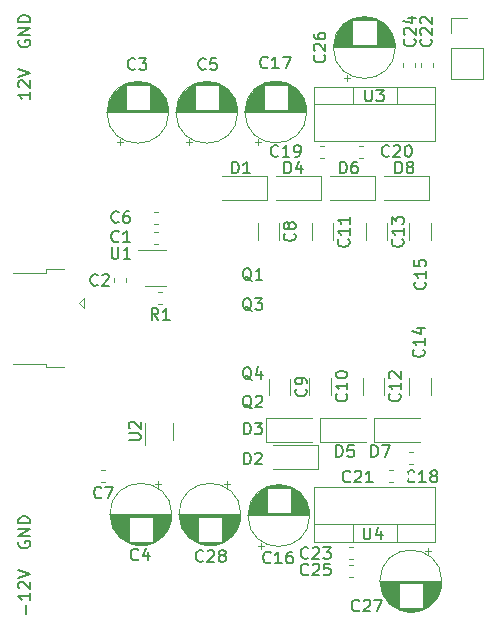
<source format=gto>
G04 #@! TF.GenerationSoftware,KiCad,Pcbnew,(5.1.10)-1*
G04 #@! TF.CreationDate,2022-01-06T01:02:44-05:00*
G04 #@! TF.ProjectId,Charge_Pump,43686172-6765-45f5-9075-6d702e6b6963,rev?*
G04 #@! TF.SameCoordinates,Original*
G04 #@! TF.FileFunction,Legend,Top*
G04 #@! TF.FilePolarity,Positive*
%FSLAX46Y46*%
G04 Gerber Fmt 4.6, Leading zero omitted, Abs format (unit mm)*
G04 Created by KiCad (PCBNEW (5.1.10)-1) date 2022-01-06 01:02:44*
%MOMM*%
%LPD*%
G01*
G04 APERTURE LIST*
%ADD10C,0.152400*%
%ADD11C,0.120000*%
%ADD12C,0.150000*%
%ADD13C,0.127000*%
%ADD14O,1.700000X1.700000*%
%ADD15R,1.700000X1.700000*%
%ADD16R,1.220000X0.650000*%
%ADD17C,1.600000*%
%ADD18R,1.600000X1.600000*%
%ADD19O,1.905000X2.000000*%
%ADD20R,1.905000X2.000000*%
%ADD21R,2.500000X1.430000*%
%ADD22O,1.700000X1.350000*%
%ADD23O,1.500000X1.100000*%
%ADD24R,1.650000X0.400000*%
%ADD25R,1.500000X2.000000*%
%ADD26R,0.700000X1.825000*%
%ADD27R,2.000000X1.350000*%
%ADD28R,1.100000X1.100000*%
%ADD29R,4.250000X3.820000*%
%ADD30R,2.590000X2.000000*%
%ADD31R,0.400000X1.500000*%
G04 APERTURE END LIST*
D10*
X158394619Y-85058238D02*
X158394619Y-85638809D01*
X158394619Y-85348523D02*
X157378619Y-85348523D01*
X157523761Y-85445285D01*
X157620523Y-85542047D01*
X157668904Y-85638809D01*
X157475380Y-84671190D02*
X157427000Y-84622809D01*
X157378619Y-84526047D01*
X157378619Y-84284142D01*
X157427000Y-84187380D01*
X157475380Y-84139000D01*
X157572142Y-84090619D01*
X157668904Y-84090619D01*
X157814047Y-84139000D01*
X158394619Y-84719571D01*
X158394619Y-84090619D01*
X157378619Y-83800333D02*
X158394619Y-83461666D01*
X157378619Y-83123000D01*
X157427000Y-80703952D02*
X157378619Y-80800714D01*
X157378619Y-80945857D01*
X157427000Y-81091000D01*
X157523761Y-81187761D01*
X157620523Y-81236142D01*
X157814047Y-81284523D01*
X157959190Y-81284523D01*
X158152714Y-81236142D01*
X158249476Y-81187761D01*
X158346238Y-81091000D01*
X158394619Y-80945857D01*
X158394619Y-80849095D01*
X158346238Y-80703952D01*
X158297857Y-80655571D01*
X157959190Y-80655571D01*
X157959190Y-80849095D01*
X158394619Y-80220142D02*
X157378619Y-80220142D01*
X158394619Y-79639571D01*
X157378619Y-79639571D01*
X158394619Y-79155761D02*
X157378619Y-79155761D01*
X157378619Y-78913857D01*
X157427000Y-78768714D01*
X157523761Y-78671952D01*
X157620523Y-78623571D01*
X157814047Y-78575190D01*
X157959190Y-78575190D01*
X158152714Y-78623571D01*
X158249476Y-78671952D01*
X158346238Y-78768714D01*
X158394619Y-78913857D01*
X158394619Y-79155761D01*
X158007571Y-129272380D02*
X158007571Y-128498285D01*
X158394619Y-127482285D02*
X158394619Y-128062857D01*
X158394619Y-127772571D02*
X157378619Y-127772571D01*
X157523761Y-127869333D01*
X157620523Y-127966095D01*
X157668904Y-128062857D01*
X157475380Y-127095238D02*
X157427000Y-127046857D01*
X157378619Y-126950095D01*
X157378619Y-126708190D01*
X157427000Y-126611428D01*
X157475380Y-126563047D01*
X157572142Y-126514666D01*
X157668904Y-126514666D01*
X157814047Y-126563047D01*
X158394619Y-127143619D01*
X158394619Y-126514666D01*
X157378619Y-126224380D02*
X158394619Y-125885714D01*
X157378619Y-125547047D01*
X157427000Y-123128000D02*
X157378619Y-123224761D01*
X157378619Y-123369904D01*
X157427000Y-123515047D01*
X157523761Y-123611809D01*
X157620523Y-123660190D01*
X157814047Y-123708571D01*
X157959190Y-123708571D01*
X158152714Y-123660190D01*
X158249476Y-123611809D01*
X158346238Y-123515047D01*
X158394619Y-123369904D01*
X158394619Y-123273142D01*
X158346238Y-123128000D01*
X158297857Y-123079619D01*
X157959190Y-123079619D01*
X157959190Y-123273142D01*
X158394619Y-122644190D02*
X157378619Y-122644190D01*
X158394619Y-122063619D01*
X157378619Y-122063619D01*
X158394619Y-121579809D02*
X157378619Y-121579809D01*
X157378619Y-121337904D01*
X157427000Y-121192761D01*
X157523761Y-121096000D01*
X157620523Y-121047619D01*
X157814047Y-120999238D01*
X157959190Y-120999238D01*
X158152714Y-121047619D01*
X158249476Y-121096000D01*
X158346238Y-121192761D01*
X158394619Y-121337904D01*
X158394619Y-121579809D01*
D11*
X168157000Y-101509000D02*
X169917000Y-101509000D01*
X169917000Y-98439000D02*
X167487000Y-98439000D01*
X176229000Y-120822000D02*
G75*
G03*
X176229000Y-120822000I-2620000J0D01*
G01*
X176189000Y-120822000D02*
X171029000Y-120822000D01*
X176189000Y-120862000D02*
X171029000Y-120862000D01*
X176188000Y-120902000D02*
X171030000Y-120902000D01*
X176187000Y-120942000D02*
X171031000Y-120942000D01*
X176185000Y-120982000D02*
X171033000Y-120982000D01*
X176182000Y-121022000D02*
X171036000Y-121022000D01*
X176178000Y-121062000D02*
X174649000Y-121062000D01*
X172569000Y-121062000D02*
X171040000Y-121062000D01*
X176174000Y-121102000D02*
X174649000Y-121102000D01*
X172569000Y-121102000D02*
X171044000Y-121102000D01*
X176170000Y-121142000D02*
X174649000Y-121142000D01*
X172569000Y-121142000D02*
X171048000Y-121142000D01*
X176165000Y-121182000D02*
X174649000Y-121182000D01*
X172569000Y-121182000D02*
X171053000Y-121182000D01*
X176159000Y-121222000D02*
X174649000Y-121222000D01*
X172569000Y-121222000D02*
X171059000Y-121222000D01*
X176152000Y-121262000D02*
X174649000Y-121262000D01*
X172569000Y-121262000D02*
X171066000Y-121262000D01*
X176145000Y-121302000D02*
X174649000Y-121302000D01*
X172569000Y-121302000D02*
X171073000Y-121302000D01*
X176137000Y-121342000D02*
X174649000Y-121342000D01*
X172569000Y-121342000D02*
X171081000Y-121342000D01*
X176129000Y-121382000D02*
X174649000Y-121382000D01*
X172569000Y-121382000D02*
X171089000Y-121382000D01*
X176120000Y-121422000D02*
X174649000Y-121422000D01*
X172569000Y-121422000D02*
X171098000Y-121422000D01*
X176110000Y-121462000D02*
X174649000Y-121462000D01*
X172569000Y-121462000D02*
X171108000Y-121462000D01*
X176100000Y-121502000D02*
X174649000Y-121502000D01*
X172569000Y-121502000D02*
X171118000Y-121502000D01*
X176089000Y-121543000D02*
X174649000Y-121543000D01*
X172569000Y-121543000D02*
X171129000Y-121543000D01*
X176077000Y-121583000D02*
X174649000Y-121583000D01*
X172569000Y-121583000D02*
X171141000Y-121583000D01*
X176064000Y-121623000D02*
X174649000Y-121623000D01*
X172569000Y-121623000D02*
X171154000Y-121623000D01*
X176051000Y-121663000D02*
X174649000Y-121663000D01*
X172569000Y-121663000D02*
X171167000Y-121663000D01*
X176037000Y-121703000D02*
X174649000Y-121703000D01*
X172569000Y-121703000D02*
X171181000Y-121703000D01*
X176023000Y-121743000D02*
X174649000Y-121743000D01*
X172569000Y-121743000D02*
X171195000Y-121743000D01*
X176007000Y-121783000D02*
X174649000Y-121783000D01*
X172569000Y-121783000D02*
X171211000Y-121783000D01*
X175991000Y-121823000D02*
X174649000Y-121823000D01*
X172569000Y-121823000D02*
X171227000Y-121823000D01*
X175974000Y-121863000D02*
X174649000Y-121863000D01*
X172569000Y-121863000D02*
X171244000Y-121863000D01*
X175957000Y-121903000D02*
X174649000Y-121903000D01*
X172569000Y-121903000D02*
X171261000Y-121903000D01*
X175938000Y-121943000D02*
X174649000Y-121943000D01*
X172569000Y-121943000D02*
X171280000Y-121943000D01*
X175919000Y-121983000D02*
X174649000Y-121983000D01*
X172569000Y-121983000D02*
X171299000Y-121983000D01*
X175899000Y-122023000D02*
X174649000Y-122023000D01*
X172569000Y-122023000D02*
X171319000Y-122023000D01*
X175877000Y-122063000D02*
X174649000Y-122063000D01*
X172569000Y-122063000D02*
X171341000Y-122063000D01*
X175856000Y-122103000D02*
X174649000Y-122103000D01*
X172569000Y-122103000D02*
X171362000Y-122103000D01*
X175833000Y-122143000D02*
X174649000Y-122143000D01*
X172569000Y-122143000D02*
X171385000Y-122143000D01*
X175809000Y-122183000D02*
X174649000Y-122183000D01*
X172569000Y-122183000D02*
X171409000Y-122183000D01*
X175784000Y-122223000D02*
X174649000Y-122223000D01*
X172569000Y-122223000D02*
X171434000Y-122223000D01*
X175758000Y-122263000D02*
X174649000Y-122263000D01*
X172569000Y-122263000D02*
X171460000Y-122263000D01*
X175731000Y-122303000D02*
X174649000Y-122303000D01*
X172569000Y-122303000D02*
X171487000Y-122303000D01*
X175704000Y-122343000D02*
X174649000Y-122343000D01*
X172569000Y-122343000D02*
X171514000Y-122343000D01*
X175674000Y-122383000D02*
X174649000Y-122383000D01*
X172569000Y-122383000D02*
X171544000Y-122383000D01*
X175644000Y-122423000D02*
X174649000Y-122423000D01*
X172569000Y-122423000D02*
X171574000Y-122423000D01*
X175613000Y-122463000D02*
X174649000Y-122463000D01*
X172569000Y-122463000D02*
X171605000Y-122463000D01*
X175580000Y-122503000D02*
X174649000Y-122503000D01*
X172569000Y-122503000D02*
X171638000Y-122503000D01*
X175546000Y-122543000D02*
X174649000Y-122543000D01*
X172569000Y-122543000D02*
X171672000Y-122543000D01*
X175510000Y-122583000D02*
X174649000Y-122583000D01*
X172569000Y-122583000D02*
X171708000Y-122583000D01*
X175473000Y-122623000D02*
X174649000Y-122623000D01*
X172569000Y-122623000D02*
X171745000Y-122623000D01*
X175435000Y-122663000D02*
X174649000Y-122663000D01*
X172569000Y-122663000D02*
X171783000Y-122663000D01*
X175394000Y-122703000D02*
X174649000Y-122703000D01*
X172569000Y-122703000D02*
X171824000Y-122703000D01*
X175352000Y-122743000D02*
X174649000Y-122743000D01*
X172569000Y-122743000D02*
X171866000Y-122743000D01*
X175308000Y-122783000D02*
X174649000Y-122783000D01*
X172569000Y-122783000D02*
X171910000Y-122783000D01*
X175262000Y-122823000D02*
X174649000Y-122823000D01*
X172569000Y-122823000D02*
X171956000Y-122823000D01*
X175214000Y-122863000D02*
X174649000Y-122863000D01*
X172569000Y-122863000D02*
X172004000Y-122863000D01*
X175163000Y-122903000D02*
X174649000Y-122903000D01*
X172569000Y-122903000D02*
X172055000Y-122903000D01*
X175109000Y-122943000D02*
X174649000Y-122943000D01*
X172569000Y-122943000D02*
X172109000Y-122943000D01*
X175052000Y-122983000D02*
X174649000Y-122983000D01*
X172569000Y-122983000D02*
X172166000Y-122983000D01*
X174992000Y-123023000D02*
X174649000Y-123023000D01*
X172569000Y-123023000D02*
X172226000Y-123023000D01*
X174928000Y-123063000D02*
X174649000Y-123063000D01*
X172569000Y-123063000D02*
X172290000Y-123063000D01*
X174860000Y-123103000D02*
X174649000Y-123103000D01*
X172569000Y-123103000D02*
X172358000Y-123103000D01*
X174787000Y-123143000D02*
X172431000Y-123143000D01*
X174707000Y-123183000D02*
X172511000Y-123183000D01*
X174620000Y-123223000D02*
X172598000Y-123223000D01*
X174524000Y-123263000D02*
X172694000Y-123263000D01*
X174414000Y-123303000D02*
X172804000Y-123303000D01*
X174286000Y-123343000D02*
X172932000Y-123343000D01*
X174127000Y-123383000D02*
X173091000Y-123383000D01*
X173893000Y-123423000D02*
X173325000Y-123423000D01*
X175084000Y-118017225D02*
X175084000Y-118517225D01*
X175334000Y-118267225D02*
X174834000Y-118267225D01*
X194070000Y-83970000D02*
X196730000Y-83970000D01*
X194070000Y-81370000D02*
X194070000Y-83970000D01*
X196730000Y-81370000D02*
X196730000Y-83970000D01*
X194070000Y-81370000D02*
X196730000Y-81370000D01*
X194070000Y-80100000D02*
X194070000Y-78770000D01*
X194070000Y-78770000D02*
X195400000Y-78770000D01*
X192699000Y-123158000D02*
X182459000Y-123158000D01*
X192699000Y-118517000D02*
X182459000Y-118517000D01*
X192699000Y-123158000D02*
X192699000Y-118517000D01*
X182459000Y-123158000D02*
X182459000Y-118517000D01*
X192699000Y-121648000D02*
X182459000Y-121648000D01*
X189429000Y-123158000D02*
X189429000Y-121648000D01*
X185728000Y-123158000D02*
X185728000Y-121648000D01*
X182459000Y-84614000D02*
X192699000Y-84614000D01*
X182459000Y-89255000D02*
X192699000Y-89255000D01*
X182459000Y-84614000D02*
X182459000Y-89255000D01*
X192699000Y-84614000D02*
X192699000Y-89255000D01*
X182459000Y-86124000D02*
X192699000Y-86124000D01*
X185729000Y-84614000D02*
X185729000Y-86124000D01*
X189430000Y-84614000D02*
X189430000Y-86124000D01*
X159704000Y-100092000D02*
X161254000Y-100092000D01*
X159704000Y-100092000D02*
X159704000Y-100392000D01*
X156904000Y-100392000D02*
X159704000Y-100392000D01*
X159704000Y-108392000D02*
X161254000Y-108392000D01*
X159704000Y-108092000D02*
X159704000Y-108392000D01*
X156904000Y-108092000D02*
X159704000Y-108092000D01*
X162954000Y-103342000D02*
X162504000Y-102942000D01*
X162954000Y-102542000D02*
X162954000Y-103342000D01*
X162504000Y-102942000D02*
X162954000Y-102542000D01*
X192192000Y-94218000D02*
X192192000Y-92218000D01*
X192192000Y-92218000D02*
X188342000Y-92218000D01*
X192192000Y-94218000D02*
X188342000Y-94218000D01*
X187538000Y-112665000D02*
X187538000Y-114665000D01*
X187538000Y-114665000D02*
X191388000Y-114665000D01*
X187538000Y-112665000D02*
X191388000Y-112665000D01*
X187620000Y-94218000D02*
X187620000Y-92218000D01*
X187620000Y-92218000D02*
X183770000Y-92218000D01*
X187620000Y-94218000D02*
X183770000Y-94218000D01*
X182966000Y-112665000D02*
X182966000Y-114665000D01*
X182966000Y-114665000D02*
X186816000Y-114665000D01*
X182966000Y-112665000D02*
X186816000Y-112665000D01*
X183048000Y-94218000D02*
X183048000Y-92218000D01*
X183048000Y-92218000D02*
X179198000Y-92218000D01*
X183048000Y-94218000D02*
X179198000Y-94218000D01*
X178394000Y-112665000D02*
X178394000Y-114665000D01*
X178394000Y-114665000D02*
X182244000Y-114665000D01*
X178394000Y-112665000D02*
X182244000Y-112665000D01*
X182794000Y-116951000D02*
X182794000Y-114951000D01*
X182794000Y-114951000D02*
X178944000Y-114951000D01*
X182794000Y-116951000D02*
X178944000Y-116951000D01*
X178476000Y-94218000D02*
X178476000Y-92218000D01*
X178476000Y-92218000D02*
X174626000Y-92218000D01*
X178476000Y-94218000D02*
X174626000Y-94218000D01*
X192299000Y-96189748D02*
X192299000Y-97612252D01*
X190479000Y-96189748D02*
X190479000Y-97612252D01*
X192299000Y-109270748D02*
X192299000Y-110693252D01*
X190479000Y-109270748D02*
X190479000Y-110693252D01*
X188616000Y-96189748D02*
X188616000Y-97612252D01*
X186796000Y-96189748D02*
X186796000Y-97612252D01*
X188362000Y-109270748D02*
X188362000Y-110693252D01*
X186542000Y-109270748D02*
X186542000Y-110693252D01*
X184044000Y-96189748D02*
X184044000Y-97612252D01*
X182224000Y-96189748D02*
X182224000Y-97612252D01*
X183864000Y-109270748D02*
X183864000Y-110693252D01*
X182044000Y-109270748D02*
X182044000Y-110693252D01*
X180435000Y-109335748D02*
X180435000Y-110758252D01*
X178615000Y-109335748D02*
X178615000Y-110758252D01*
X179472000Y-96189748D02*
X179472000Y-97612252D01*
X177652000Y-96189748D02*
X177652000Y-97612252D01*
X169589267Y-101979000D02*
X169246733Y-101979000D01*
X169589267Y-102999000D02*
X169246733Y-102999000D01*
X168865733Y-97919000D02*
X169208267Y-97919000D01*
X168865733Y-96899000D02*
X169208267Y-96899000D01*
X166499000Y-100793733D02*
X166499000Y-101136267D01*
X165479000Y-100793733D02*
X165479000Y-101136267D01*
X165788000Y-89340775D02*
X166288000Y-89340775D01*
X166038000Y-89590775D02*
X166038000Y-89090775D01*
X167229000Y-84185000D02*
X167797000Y-84185000D01*
X166995000Y-84225000D02*
X168031000Y-84225000D01*
X166836000Y-84265000D02*
X168190000Y-84265000D01*
X166708000Y-84305000D02*
X168318000Y-84305000D01*
X166598000Y-84345000D02*
X168428000Y-84345000D01*
X166502000Y-84385000D02*
X168524000Y-84385000D01*
X166415000Y-84425000D02*
X168611000Y-84425000D01*
X166335000Y-84465000D02*
X168691000Y-84465000D01*
X168553000Y-84505000D02*
X168764000Y-84505000D01*
X166262000Y-84505000D02*
X166473000Y-84505000D01*
X168553000Y-84545000D02*
X168832000Y-84545000D01*
X166194000Y-84545000D02*
X166473000Y-84545000D01*
X168553000Y-84585000D02*
X168896000Y-84585000D01*
X166130000Y-84585000D02*
X166473000Y-84585000D01*
X168553000Y-84625000D02*
X168956000Y-84625000D01*
X166070000Y-84625000D02*
X166473000Y-84625000D01*
X168553000Y-84665000D02*
X169013000Y-84665000D01*
X166013000Y-84665000D02*
X166473000Y-84665000D01*
X168553000Y-84705000D02*
X169067000Y-84705000D01*
X165959000Y-84705000D02*
X166473000Y-84705000D01*
X168553000Y-84745000D02*
X169118000Y-84745000D01*
X165908000Y-84745000D02*
X166473000Y-84745000D01*
X168553000Y-84785000D02*
X169166000Y-84785000D01*
X165860000Y-84785000D02*
X166473000Y-84785000D01*
X168553000Y-84825000D02*
X169212000Y-84825000D01*
X165814000Y-84825000D02*
X166473000Y-84825000D01*
X168553000Y-84865000D02*
X169256000Y-84865000D01*
X165770000Y-84865000D02*
X166473000Y-84865000D01*
X168553000Y-84905000D02*
X169298000Y-84905000D01*
X165728000Y-84905000D02*
X166473000Y-84905000D01*
X168553000Y-84945000D02*
X169339000Y-84945000D01*
X165687000Y-84945000D02*
X166473000Y-84945000D01*
X168553000Y-84985000D02*
X169377000Y-84985000D01*
X165649000Y-84985000D02*
X166473000Y-84985000D01*
X168553000Y-85025000D02*
X169414000Y-85025000D01*
X165612000Y-85025000D02*
X166473000Y-85025000D01*
X168553000Y-85065000D02*
X169450000Y-85065000D01*
X165576000Y-85065000D02*
X166473000Y-85065000D01*
X168553000Y-85105000D02*
X169484000Y-85105000D01*
X165542000Y-85105000D02*
X166473000Y-85105000D01*
X168553000Y-85145000D02*
X169517000Y-85145000D01*
X165509000Y-85145000D02*
X166473000Y-85145000D01*
X168553000Y-85185000D02*
X169548000Y-85185000D01*
X165478000Y-85185000D02*
X166473000Y-85185000D01*
X168553000Y-85225000D02*
X169578000Y-85225000D01*
X165448000Y-85225000D02*
X166473000Y-85225000D01*
X168553000Y-85265000D02*
X169608000Y-85265000D01*
X165418000Y-85265000D02*
X166473000Y-85265000D01*
X168553000Y-85305000D02*
X169635000Y-85305000D01*
X165391000Y-85305000D02*
X166473000Y-85305000D01*
X168553000Y-85345000D02*
X169662000Y-85345000D01*
X165364000Y-85345000D02*
X166473000Y-85345000D01*
X168553000Y-85385000D02*
X169688000Y-85385000D01*
X165338000Y-85385000D02*
X166473000Y-85385000D01*
X168553000Y-85425000D02*
X169713000Y-85425000D01*
X165313000Y-85425000D02*
X166473000Y-85425000D01*
X168553000Y-85465000D02*
X169737000Y-85465000D01*
X165289000Y-85465000D02*
X166473000Y-85465000D01*
X168553000Y-85505000D02*
X169760000Y-85505000D01*
X165266000Y-85505000D02*
X166473000Y-85505000D01*
X168553000Y-85545000D02*
X169781000Y-85545000D01*
X165245000Y-85545000D02*
X166473000Y-85545000D01*
X168553000Y-85585000D02*
X169803000Y-85585000D01*
X165223000Y-85585000D02*
X166473000Y-85585000D01*
X168553000Y-85625000D02*
X169823000Y-85625000D01*
X165203000Y-85625000D02*
X166473000Y-85625000D01*
X168553000Y-85665000D02*
X169842000Y-85665000D01*
X165184000Y-85665000D02*
X166473000Y-85665000D01*
X168553000Y-85705000D02*
X169861000Y-85705000D01*
X165165000Y-85705000D02*
X166473000Y-85705000D01*
X168553000Y-85745000D02*
X169878000Y-85745000D01*
X165148000Y-85745000D02*
X166473000Y-85745000D01*
X168553000Y-85785000D02*
X169895000Y-85785000D01*
X165131000Y-85785000D02*
X166473000Y-85785000D01*
X168553000Y-85825000D02*
X169911000Y-85825000D01*
X165115000Y-85825000D02*
X166473000Y-85825000D01*
X168553000Y-85865000D02*
X169927000Y-85865000D01*
X165099000Y-85865000D02*
X166473000Y-85865000D01*
X168553000Y-85905000D02*
X169941000Y-85905000D01*
X165085000Y-85905000D02*
X166473000Y-85905000D01*
X168553000Y-85945000D02*
X169955000Y-85945000D01*
X165071000Y-85945000D02*
X166473000Y-85945000D01*
X168553000Y-85985000D02*
X169968000Y-85985000D01*
X165058000Y-85985000D02*
X166473000Y-85985000D01*
X168553000Y-86025000D02*
X169981000Y-86025000D01*
X165045000Y-86025000D02*
X166473000Y-86025000D01*
X168553000Y-86065000D02*
X169993000Y-86065000D01*
X165033000Y-86065000D02*
X166473000Y-86065000D01*
X168553000Y-86106000D02*
X170004000Y-86106000D01*
X165022000Y-86106000D02*
X166473000Y-86106000D01*
X168553000Y-86146000D02*
X170014000Y-86146000D01*
X165012000Y-86146000D02*
X166473000Y-86146000D01*
X168553000Y-86186000D02*
X170024000Y-86186000D01*
X165002000Y-86186000D02*
X166473000Y-86186000D01*
X168553000Y-86226000D02*
X170033000Y-86226000D01*
X164993000Y-86226000D02*
X166473000Y-86226000D01*
X168553000Y-86266000D02*
X170041000Y-86266000D01*
X164985000Y-86266000D02*
X166473000Y-86266000D01*
X168553000Y-86306000D02*
X170049000Y-86306000D01*
X164977000Y-86306000D02*
X166473000Y-86306000D01*
X168553000Y-86346000D02*
X170056000Y-86346000D01*
X164970000Y-86346000D02*
X166473000Y-86346000D01*
X168553000Y-86386000D02*
X170063000Y-86386000D01*
X164963000Y-86386000D02*
X166473000Y-86386000D01*
X168553000Y-86426000D02*
X170069000Y-86426000D01*
X164957000Y-86426000D02*
X166473000Y-86426000D01*
X168553000Y-86466000D02*
X170074000Y-86466000D01*
X164952000Y-86466000D02*
X166473000Y-86466000D01*
X168553000Y-86506000D02*
X170078000Y-86506000D01*
X164948000Y-86506000D02*
X166473000Y-86506000D01*
X168553000Y-86546000D02*
X170082000Y-86546000D01*
X164944000Y-86546000D02*
X166473000Y-86546000D01*
X164940000Y-86586000D02*
X170086000Y-86586000D01*
X164937000Y-86626000D02*
X170089000Y-86626000D01*
X164935000Y-86666000D02*
X170091000Y-86666000D01*
X164934000Y-86706000D02*
X170092000Y-86706000D01*
X164933000Y-86746000D02*
X170093000Y-86746000D01*
X164933000Y-86786000D02*
X170093000Y-86786000D01*
X170133000Y-86786000D02*
G75*
G03*
X170133000Y-86786000I-2620000J0D01*
G01*
X169492000Y-118267225D02*
X168992000Y-118267225D01*
X169242000Y-118017225D02*
X169242000Y-118517225D01*
X168051000Y-123423000D02*
X167483000Y-123423000D01*
X168285000Y-123383000D02*
X167249000Y-123383000D01*
X168444000Y-123343000D02*
X167090000Y-123343000D01*
X168572000Y-123303000D02*
X166962000Y-123303000D01*
X168682000Y-123263000D02*
X166852000Y-123263000D01*
X168778000Y-123223000D02*
X166756000Y-123223000D01*
X168865000Y-123183000D02*
X166669000Y-123183000D01*
X168945000Y-123143000D02*
X166589000Y-123143000D01*
X166727000Y-123103000D02*
X166516000Y-123103000D01*
X169018000Y-123103000D02*
X168807000Y-123103000D01*
X166727000Y-123063000D02*
X166448000Y-123063000D01*
X169086000Y-123063000D02*
X168807000Y-123063000D01*
X166727000Y-123023000D02*
X166384000Y-123023000D01*
X169150000Y-123023000D02*
X168807000Y-123023000D01*
X166727000Y-122983000D02*
X166324000Y-122983000D01*
X169210000Y-122983000D02*
X168807000Y-122983000D01*
X166727000Y-122943000D02*
X166267000Y-122943000D01*
X169267000Y-122943000D02*
X168807000Y-122943000D01*
X166727000Y-122903000D02*
X166213000Y-122903000D01*
X169321000Y-122903000D02*
X168807000Y-122903000D01*
X166727000Y-122863000D02*
X166162000Y-122863000D01*
X169372000Y-122863000D02*
X168807000Y-122863000D01*
X166727000Y-122823000D02*
X166114000Y-122823000D01*
X169420000Y-122823000D02*
X168807000Y-122823000D01*
X166727000Y-122783000D02*
X166068000Y-122783000D01*
X169466000Y-122783000D02*
X168807000Y-122783000D01*
X166727000Y-122743000D02*
X166024000Y-122743000D01*
X169510000Y-122743000D02*
X168807000Y-122743000D01*
X166727000Y-122703000D02*
X165982000Y-122703000D01*
X169552000Y-122703000D02*
X168807000Y-122703000D01*
X166727000Y-122663000D02*
X165941000Y-122663000D01*
X169593000Y-122663000D02*
X168807000Y-122663000D01*
X166727000Y-122623000D02*
X165903000Y-122623000D01*
X169631000Y-122623000D02*
X168807000Y-122623000D01*
X166727000Y-122583000D02*
X165866000Y-122583000D01*
X169668000Y-122583000D02*
X168807000Y-122583000D01*
X166727000Y-122543000D02*
X165830000Y-122543000D01*
X169704000Y-122543000D02*
X168807000Y-122543000D01*
X166727000Y-122503000D02*
X165796000Y-122503000D01*
X169738000Y-122503000D02*
X168807000Y-122503000D01*
X166727000Y-122463000D02*
X165763000Y-122463000D01*
X169771000Y-122463000D02*
X168807000Y-122463000D01*
X166727000Y-122423000D02*
X165732000Y-122423000D01*
X169802000Y-122423000D02*
X168807000Y-122423000D01*
X166727000Y-122383000D02*
X165702000Y-122383000D01*
X169832000Y-122383000D02*
X168807000Y-122383000D01*
X166727000Y-122343000D02*
X165672000Y-122343000D01*
X169862000Y-122343000D02*
X168807000Y-122343000D01*
X166727000Y-122303000D02*
X165645000Y-122303000D01*
X169889000Y-122303000D02*
X168807000Y-122303000D01*
X166727000Y-122263000D02*
X165618000Y-122263000D01*
X169916000Y-122263000D02*
X168807000Y-122263000D01*
X166727000Y-122223000D02*
X165592000Y-122223000D01*
X169942000Y-122223000D02*
X168807000Y-122223000D01*
X166727000Y-122183000D02*
X165567000Y-122183000D01*
X169967000Y-122183000D02*
X168807000Y-122183000D01*
X166727000Y-122143000D02*
X165543000Y-122143000D01*
X169991000Y-122143000D02*
X168807000Y-122143000D01*
X166727000Y-122103000D02*
X165520000Y-122103000D01*
X170014000Y-122103000D02*
X168807000Y-122103000D01*
X166727000Y-122063000D02*
X165499000Y-122063000D01*
X170035000Y-122063000D02*
X168807000Y-122063000D01*
X166727000Y-122023000D02*
X165477000Y-122023000D01*
X170057000Y-122023000D02*
X168807000Y-122023000D01*
X166727000Y-121983000D02*
X165457000Y-121983000D01*
X170077000Y-121983000D02*
X168807000Y-121983000D01*
X166727000Y-121943000D02*
X165438000Y-121943000D01*
X170096000Y-121943000D02*
X168807000Y-121943000D01*
X166727000Y-121903000D02*
X165419000Y-121903000D01*
X170115000Y-121903000D02*
X168807000Y-121903000D01*
X166727000Y-121863000D02*
X165402000Y-121863000D01*
X170132000Y-121863000D02*
X168807000Y-121863000D01*
X166727000Y-121823000D02*
X165385000Y-121823000D01*
X170149000Y-121823000D02*
X168807000Y-121823000D01*
X166727000Y-121783000D02*
X165369000Y-121783000D01*
X170165000Y-121783000D02*
X168807000Y-121783000D01*
X166727000Y-121743000D02*
X165353000Y-121743000D01*
X170181000Y-121743000D02*
X168807000Y-121743000D01*
X166727000Y-121703000D02*
X165339000Y-121703000D01*
X170195000Y-121703000D02*
X168807000Y-121703000D01*
X166727000Y-121663000D02*
X165325000Y-121663000D01*
X170209000Y-121663000D02*
X168807000Y-121663000D01*
X166727000Y-121623000D02*
X165312000Y-121623000D01*
X170222000Y-121623000D02*
X168807000Y-121623000D01*
X166727000Y-121583000D02*
X165299000Y-121583000D01*
X170235000Y-121583000D02*
X168807000Y-121583000D01*
X166727000Y-121543000D02*
X165287000Y-121543000D01*
X170247000Y-121543000D02*
X168807000Y-121543000D01*
X166727000Y-121502000D02*
X165276000Y-121502000D01*
X170258000Y-121502000D02*
X168807000Y-121502000D01*
X166727000Y-121462000D02*
X165266000Y-121462000D01*
X170268000Y-121462000D02*
X168807000Y-121462000D01*
X166727000Y-121422000D02*
X165256000Y-121422000D01*
X170278000Y-121422000D02*
X168807000Y-121422000D01*
X166727000Y-121382000D02*
X165247000Y-121382000D01*
X170287000Y-121382000D02*
X168807000Y-121382000D01*
X166727000Y-121342000D02*
X165239000Y-121342000D01*
X170295000Y-121342000D02*
X168807000Y-121342000D01*
X166727000Y-121302000D02*
X165231000Y-121302000D01*
X170303000Y-121302000D02*
X168807000Y-121302000D01*
X166727000Y-121262000D02*
X165224000Y-121262000D01*
X170310000Y-121262000D02*
X168807000Y-121262000D01*
X166727000Y-121222000D02*
X165217000Y-121222000D01*
X170317000Y-121222000D02*
X168807000Y-121222000D01*
X166727000Y-121182000D02*
X165211000Y-121182000D01*
X170323000Y-121182000D02*
X168807000Y-121182000D01*
X166727000Y-121142000D02*
X165206000Y-121142000D01*
X170328000Y-121142000D02*
X168807000Y-121142000D01*
X166727000Y-121102000D02*
X165202000Y-121102000D01*
X170332000Y-121102000D02*
X168807000Y-121102000D01*
X166727000Y-121062000D02*
X165198000Y-121062000D01*
X170336000Y-121062000D02*
X168807000Y-121062000D01*
X170340000Y-121022000D02*
X165194000Y-121022000D01*
X170343000Y-120982000D02*
X165191000Y-120982000D01*
X170345000Y-120942000D02*
X165189000Y-120942000D01*
X170346000Y-120902000D02*
X165188000Y-120902000D01*
X170347000Y-120862000D02*
X165187000Y-120862000D01*
X170347000Y-120822000D02*
X165187000Y-120822000D01*
X170387000Y-120822000D02*
G75*
G03*
X170387000Y-120822000I-2620000J0D01*
G01*
X175975000Y-86786000D02*
G75*
G03*
X175975000Y-86786000I-2620000J0D01*
G01*
X170775000Y-86786000D02*
X175935000Y-86786000D01*
X170775000Y-86746000D02*
X175935000Y-86746000D01*
X170776000Y-86706000D02*
X175934000Y-86706000D01*
X170777000Y-86666000D02*
X175933000Y-86666000D01*
X170779000Y-86626000D02*
X175931000Y-86626000D01*
X170782000Y-86586000D02*
X175928000Y-86586000D01*
X170786000Y-86546000D02*
X172315000Y-86546000D01*
X174395000Y-86546000D02*
X175924000Y-86546000D01*
X170790000Y-86506000D02*
X172315000Y-86506000D01*
X174395000Y-86506000D02*
X175920000Y-86506000D01*
X170794000Y-86466000D02*
X172315000Y-86466000D01*
X174395000Y-86466000D02*
X175916000Y-86466000D01*
X170799000Y-86426000D02*
X172315000Y-86426000D01*
X174395000Y-86426000D02*
X175911000Y-86426000D01*
X170805000Y-86386000D02*
X172315000Y-86386000D01*
X174395000Y-86386000D02*
X175905000Y-86386000D01*
X170812000Y-86346000D02*
X172315000Y-86346000D01*
X174395000Y-86346000D02*
X175898000Y-86346000D01*
X170819000Y-86306000D02*
X172315000Y-86306000D01*
X174395000Y-86306000D02*
X175891000Y-86306000D01*
X170827000Y-86266000D02*
X172315000Y-86266000D01*
X174395000Y-86266000D02*
X175883000Y-86266000D01*
X170835000Y-86226000D02*
X172315000Y-86226000D01*
X174395000Y-86226000D02*
X175875000Y-86226000D01*
X170844000Y-86186000D02*
X172315000Y-86186000D01*
X174395000Y-86186000D02*
X175866000Y-86186000D01*
X170854000Y-86146000D02*
X172315000Y-86146000D01*
X174395000Y-86146000D02*
X175856000Y-86146000D01*
X170864000Y-86106000D02*
X172315000Y-86106000D01*
X174395000Y-86106000D02*
X175846000Y-86106000D01*
X170875000Y-86065000D02*
X172315000Y-86065000D01*
X174395000Y-86065000D02*
X175835000Y-86065000D01*
X170887000Y-86025000D02*
X172315000Y-86025000D01*
X174395000Y-86025000D02*
X175823000Y-86025000D01*
X170900000Y-85985000D02*
X172315000Y-85985000D01*
X174395000Y-85985000D02*
X175810000Y-85985000D01*
X170913000Y-85945000D02*
X172315000Y-85945000D01*
X174395000Y-85945000D02*
X175797000Y-85945000D01*
X170927000Y-85905000D02*
X172315000Y-85905000D01*
X174395000Y-85905000D02*
X175783000Y-85905000D01*
X170941000Y-85865000D02*
X172315000Y-85865000D01*
X174395000Y-85865000D02*
X175769000Y-85865000D01*
X170957000Y-85825000D02*
X172315000Y-85825000D01*
X174395000Y-85825000D02*
X175753000Y-85825000D01*
X170973000Y-85785000D02*
X172315000Y-85785000D01*
X174395000Y-85785000D02*
X175737000Y-85785000D01*
X170990000Y-85745000D02*
X172315000Y-85745000D01*
X174395000Y-85745000D02*
X175720000Y-85745000D01*
X171007000Y-85705000D02*
X172315000Y-85705000D01*
X174395000Y-85705000D02*
X175703000Y-85705000D01*
X171026000Y-85665000D02*
X172315000Y-85665000D01*
X174395000Y-85665000D02*
X175684000Y-85665000D01*
X171045000Y-85625000D02*
X172315000Y-85625000D01*
X174395000Y-85625000D02*
X175665000Y-85625000D01*
X171065000Y-85585000D02*
X172315000Y-85585000D01*
X174395000Y-85585000D02*
X175645000Y-85585000D01*
X171087000Y-85545000D02*
X172315000Y-85545000D01*
X174395000Y-85545000D02*
X175623000Y-85545000D01*
X171108000Y-85505000D02*
X172315000Y-85505000D01*
X174395000Y-85505000D02*
X175602000Y-85505000D01*
X171131000Y-85465000D02*
X172315000Y-85465000D01*
X174395000Y-85465000D02*
X175579000Y-85465000D01*
X171155000Y-85425000D02*
X172315000Y-85425000D01*
X174395000Y-85425000D02*
X175555000Y-85425000D01*
X171180000Y-85385000D02*
X172315000Y-85385000D01*
X174395000Y-85385000D02*
X175530000Y-85385000D01*
X171206000Y-85345000D02*
X172315000Y-85345000D01*
X174395000Y-85345000D02*
X175504000Y-85345000D01*
X171233000Y-85305000D02*
X172315000Y-85305000D01*
X174395000Y-85305000D02*
X175477000Y-85305000D01*
X171260000Y-85265000D02*
X172315000Y-85265000D01*
X174395000Y-85265000D02*
X175450000Y-85265000D01*
X171290000Y-85225000D02*
X172315000Y-85225000D01*
X174395000Y-85225000D02*
X175420000Y-85225000D01*
X171320000Y-85185000D02*
X172315000Y-85185000D01*
X174395000Y-85185000D02*
X175390000Y-85185000D01*
X171351000Y-85145000D02*
X172315000Y-85145000D01*
X174395000Y-85145000D02*
X175359000Y-85145000D01*
X171384000Y-85105000D02*
X172315000Y-85105000D01*
X174395000Y-85105000D02*
X175326000Y-85105000D01*
X171418000Y-85065000D02*
X172315000Y-85065000D01*
X174395000Y-85065000D02*
X175292000Y-85065000D01*
X171454000Y-85025000D02*
X172315000Y-85025000D01*
X174395000Y-85025000D02*
X175256000Y-85025000D01*
X171491000Y-84985000D02*
X172315000Y-84985000D01*
X174395000Y-84985000D02*
X175219000Y-84985000D01*
X171529000Y-84945000D02*
X172315000Y-84945000D01*
X174395000Y-84945000D02*
X175181000Y-84945000D01*
X171570000Y-84905000D02*
X172315000Y-84905000D01*
X174395000Y-84905000D02*
X175140000Y-84905000D01*
X171612000Y-84865000D02*
X172315000Y-84865000D01*
X174395000Y-84865000D02*
X175098000Y-84865000D01*
X171656000Y-84825000D02*
X172315000Y-84825000D01*
X174395000Y-84825000D02*
X175054000Y-84825000D01*
X171702000Y-84785000D02*
X172315000Y-84785000D01*
X174395000Y-84785000D02*
X175008000Y-84785000D01*
X171750000Y-84745000D02*
X172315000Y-84745000D01*
X174395000Y-84745000D02*
X174960000Y-84745000D01*
X171801000Y-84705000D02*
X172315000Y-84705000D01*
X174395000Y-84705000D02*
X174909000Y-84705000D01*
X171855000Y-84665000D02*
X172315000Y-84665000D01*
X174395000Y-84665000D02*
X174855000Y-84665000D01*
X171912000Y-84625000D02*
X172315000Y-84625000D01*
X174395000Y-84625000D02*
X174798000Y-84625000D01*
X171972000Y-84585000D02*
X172315000Y-84585000D01*
X174395000Y-84585000D02*
X174738000Y-84585000D01*
X172036000Y-84545000D02*
X172315000Y-84545000D01*
X174395000Y-84545000D02*
X174674000Y-84545000D01*
X172104000Y-84505000D02*
X172315000Y-84505000D01*
X174395000Y-84505000D02*
X174606000Y-84505000D01*
X172177000Y-84465000D02*
X174533000Y-84465000D01*
X172257000Y-84425000D02*
X174453000Y-84425000D01*
X172344000Y-84385000D02*
X174366000Y-84385000D01*
X172440000Y-84345000D02*
X174270000Y-84345000D01*
X172550000Y-84305000D02*
X174160000Y-84305000D01*
X172678000Y-84265000D02*
X174032000Y-84265000D01*
X172837000Y-84225000D02*
X173873000Y-84225000D01*
X173071000Y-84185000D02*
X173639000Y-84185000D01*
X171880000Y-89590775D02*
X171880000Y-89090775D01*
X171630000Y-89340775D02*
X172130000Y-89340775D01*
X168865733Y-96268000D02*
X169208267Y-96268000D01*
X168865733Y-95248000D02*
X169208267Y-95248000D01*
X164763267Y-118112000D02*
X164420733Y-118112000D01*
X164763267Y-117092000D02*
X164420733Y-117092000D01*
X177726000Y-123478775D02*
X178226000Y-123478775D01*
X177976000Y-123728775D02*
X177976000Y-123228775D01*
X179167000Y-118323000D02*
X179735000Y-118323000D01*
X178933000Y-118363000D02*
X179969000Y-118363000D01*
X178774000Y-118403000D02*
X180128000Y-118403000D01*
X178646000Y-118443000D02*
X180256000Y-118443000D01*
X178536000Y-118483000D02*
X180366000Y-118483000D01*
X178440000Y-118523000D02*
X180462000Y-118523000D01*
X178353000Y-118563000D02*
X180549000Y-118563000D01*
X178273000Y-118603000D02*
X180629000Y-118603000D01*
X180491000Y-118643000D02*
X180702000Y-118643000D01*
X178200000Y-118643000D02*
X178411000Y-118643000D01*
X180491000Y-118683000D02*
X180770000Y-118683000D01*
X178132000Y-118683000D02*
X178411000Y-118683000D01*
X180491000Y-118723000D02*
X180834000Y-118723000D01*
X178068000Y-118723000D02*
X178411000Y-118723000D01*
X180491000Y-118763000D02*
X180894000Y-118763000D01*
X178008000Y-118763000D02*
X178411000Y-118763000D01*
X180491000Y-118803000D02*
X180951000Y-118803000D01*
X177951000Y-118803000D02*
X178411000Y-118803000D01*
X180491000Y-118843000D02*
X181005000Y-118843000D01*
X177897000Y-118843000D02*
X178411000Y-118843000D01*
X180491000Y-118883000D02*
X181056000Y-118883000D01*
X177846000Y-118883000D02*
X178411000Y-118883000D01*
X180491000Y-118923000D02*
X181104000Y-118923000D01*
X177798000Y-118923000D02*
X178411000Y-118923000D01*
X180491000Y-118963000D02*
X181150000Y-118963000D01*
X177752000Y-118963000D02*
X178411000Y-118963000D01*
X180491000Y-119003000D02*
X181194000Y-119003000D01*
X177708000Y-119003000D02*
X178411000Y-119003000D01*
X180491000Y-119043000D02*
X181236000Y-119043000D01*
X177666000Y-119043000D02*
X178411000Y-119043000D01*
X180491000Y-119083000D02*
X181277000Y-119083000D01*
X177625000Y-119083000D02*
X178411000Y-119083000D01*
X180491000Y-119123000D02*
X181315000Y-119123000D01*
X177587000Y-119123000D02*
X178411000Y-119123000D01*
X180491000Y-119163000D02*
X181352000Y-119163000D01*
X177550000Y-119163000D02*
X178411000Y-119163000D01*
X180491000Y-119203000D02*
X181388000Y-119203000D01*
X177514000Y-119203000D02*
X178411000Y-119203000D01*
X180491000Y-119243000D02*
X181422000Y-119243000D01*
X177480000Y-119243000D02*
X178411000Y-119243000D01*
X180491000Y-119283000D02*
X181455000Y-119283000D01*
X177447000Y-119283000D02*
X178411000Y-119283000D01*
X180491000Y-119323000D02*
X181486000Y-119323000D01*
X177416000Y-119323000D02*
X178411000Y-119323000D01*
X180491000Y-119363000D02*
X181516000Y-119363000D01*
X177386000Y-119363000D02*
X178411000Y-119363000D01*
X180491000Y-119403000D02*
X181546000Y-119403000D01*
X177356000Y-119403000D02*
X178411000Y-119403000D01*
X180491000Y-119443000D02*
X181573000Y-119443000D01*
X177329000Y-119443000D02*
X178411000Y-119443000D01*
X180491000Y-119483000D02*
X181600000Y-119483000D01*
X177302000Y-119483000D02*
X178411000Y-119483000D01*
X180491000Y-119523000D02*
X181626000Y-119523000D01*
X177276000Y-119523000D02*
X178411000Y-119523000D01*
X180491000Y-119563000D02*
X181651000Y-119563000D01*
X177251000Y-119563000D02*
X178411000Y-119563000D01*
X180491000Y-119603000D02*
X181675000Y-119603000D01*
X177227000Y-119603000D02*
X178411000Y-119603000D01*
X180491000Y-119643000D02*
X181698000Y-119643000D01*
X177204000Y-119643000D02*
X178411000Y-119643000D01*
X180491000Y-119683000D02*
X181719000Y-119683000D01*
X177183000Y-119683000D02*
X178411000Y-119683000D01*
X180491000Y-119723000D02*
X181741000Y-119723000D01*
X177161000Y-119723000D02*
X178411000Y-119723000D01*
X180491000Y-119763000D02*
X181761000Y-119763000D01*
X177141000Y-119763000D02*
X178411000Y-119763000D01*
X180491000Y-119803000D02*
X181780000Y-119803000D01*
X177122000Y-119803000D02*
X178411000Y-119803000D01*
X180491000Y-119843000D02*
X181799000Y-119843000D01*
X177103000Y-119843000D02*
X178411000Y-119843000D01*
X180491000Y-119883000D02*
X181816000Y-119883000D01*
X177086000Y-119883000D02*
X178411000Y-119883000D01*
X180491000Y-119923000D02*
X181833000Y-119923000D01*
X177069000Y-119923000D02*
X178411000Y-119923000D01*
X180491000Y-119963000D02*
X181849000Y-119963000D01*
X177053000Y-119963000D02*
X178411000Y-119963000D01*
X180491000Y-120003000D02*
X181865000Y-120003000D01*
X177037000Y-120003000D02*
X178411000Y-120003000D01*
X180491000Y-120043000D02*
X181879000Y-120043000D01*
X177023000Y-120043000D02*
X178411000Y-120043000D01*
X180491000Y-120083000D02*
X181893000Y-120083000D01*
X177009000Y-120083000D02*
X178411000Y-120083000D01*
X180491000Y-120123000D02*
X181906000Y-120123000D01*
X176996000Y-120123000D02*
X178411000Y-120123000D01*
X180491000Y-120163000D02*
X181919000Y-120163000D01*
X176983000Y-120163000D02*
X178411000Y-120163000D01*
X180491000Y-120203000D02*
X181931000Y-120203000D01*
X176971000Y-120203000D02*
X178411000Y-120203000D01*
X180491000Y-120244000D02*
X181942000Y-120244000D01*
X176960000Y-120244000D02*
X178411000Y-120244000D01*
X180491000Y-120284000D02*
X181952000Y-120284000D01*
X176950000Y-120284000D02*
X178411000Y-120284000D01*
X180491000Y-120324000D02*
X181962000Y-120324000D01*
X176940000Y-120324000D02*
X178411000Y-120324000D01*
X180491000Y-120364000D02*
X181971000Y-120364000D01*
X176931000Y-120364000D02*
X178411000Y-120364000D01*
X180491000Y-120404000D02*
X181979000Y-120404000D01*
X176923000Y-120404000D02*
X178411000Y-120404000D01*
X180491000Y-120444000D02*
X181987000Y-120444000D01*
X176915000Y-120444000D02*
X178411000Y-120444000D01*
X180491000Y-120484000D02*
X181994000Y-120484000D01*
X176908000Y-120484000D02*
X178411000Y-120484000D01*
X180491000Y-120524000D02*
X182001000Y-120524000D01*
X176901000Y-120524000D02*
X178411000Y-120524000D01*
X180491000Y-120564000D02*
X182007000Y-120564000D01*
X176895000Y-120564000D02*
X178411000Y-120564000D01*
X180491000Y-120604000D02*
X182012000Y-120604000D01*
X176890000Y-120604000D02*
X178411000Y-120604000D01*
X180491000Y-120644000D02*
X182016000Y-120644000D01*
X176886000Y-120644000D02*
X178411000Y-120644000D01*
X180491000Y-120684000D02*
X182020000Y-120684000D01*
X176882000Y-120684000D02*
X178411000Y-120684000D01*
X176878000Y-120724000D02*
X182024000Y-120724000D01*
X176875000Y-120764000D02*
X182027000Y-120764000D01*
X176873000Y-120804000D02*
X182029000Y-120804000D01*
X176872000Y-120844000D02*
X182030000Y-120844000D01*
X176871000Y-120884000D02*
X182031000Y-120884000D01*
X176871000Y-120924000D02*
X182031000Y-120924000D01*
X182071000Y-120924000D02*
G75*
G03*
X182071000Y-120924000I-2620000J0D01*
G01*
X181817000Y-86761000D02*
G75*
G03*
X181817000Y-86761000I-2620000J0D01*
G01*
X176617000Y-86761000D02*
X181777000Y-86761000D01*
X176617000Y-86721000D02*
X181777000Y-86721000D01*
X176618000Y-86681000D02*
X181776000Y-86681000D01*
X176619000Y-86641000D02*
X181775000Y-86641000D01*
X176621000Y-86601000D02*
X181773000Y-86601000D01*
X176624000Y-86561000D02*
X181770000Y-86561000D01*
X176628000Y-86521000D02*
X178157000Y-86521000D01*
X180237000Y-86521000D02*
X181766000Y-86521000D01*
X176632000Y-86481000D02*
X178157000Y-86481000D01*
X180237000Y-86481000D02*
X181762000Y-86481000D01*
X176636000Y-86441000D02*
X178157000Y-86441000D01*
X180237000Y-86441000D02*
X181758000Y-86441000D01*
X176641000Y-86401000D02*
X178157000Y-86401000D01*
X180237000Y-86401000D02*
X181753000Y-86401000D01*
X176647000Y-86361000D02*
X178157000Y-86361000D01*
X180237000Y-86361000D02*
X181747000Y-86361000D01*
X176654000Y-86321000D02*
X178157000Y-86321000D01*
X180237000Y-86321000D02*
X181740000Y-86321000D01*
X176661000Y-86281000D02*
X178157000Y-86281000D01*
X180237000Y-86281000D02*
X181733000Y-86281000D01*
X176669000Y-86241000D02*
X178157000Y-86241000D01*
X180237000Y-86241000D02*
X181725000Y-86241000D01*
X176677000Y-86201000D02*
X178157000Y-86201000D01*
X180237000Y-86201000D02*
X181717000Y-86201000D01*
X176686000Y-86161000D02*
X178157000Y-86161000D01*
X180237000Y-86161000D02*
X181708000Y-86161000D01*
X176696000Y-86121000D02*
X178157000Y-86121000D01*
X180237000Y-86121000D02*
X181698000Y-86121000D01*
X176706000Y-86081000D02*
X178157000Y-86081000D01*
X180237000Y-86081000D02*
X181688000Y-86081000D01*
X176717000Y-86040000D02*
X178157000Y-86040000D01*
X180237000Y-86040000D02*
X181677000Y-86040000D01*
X176729000Y-86000000D02*
X178157000Y-86000000D01*
X180237000Y-86000000D02*
X181665000Y-86000000D01*
X176742000Y-85960000D02*
X178157000Y-85960000D01*
X180237000Y-85960000D02*
X181652000Y-85960000D01*
X176755000Y-85920000D02*
X178157000Y-85920000D01*
X180237000Y-85920000D02*
X181639000Y-85920000D01*
X176769000Y-85880000D02*
X178157000Y-85880000D01*
X180237000Y-85880000D02*
X181625000Y-85880000D01*
X176783000Y-85840000D02*
X178157000Y-85840000D01*
X180237000Y-85840000D02*
X181611000Y-85840000D01*
X176799000Y-85800000D02*
X178157000Y-85800000D01*
X180237000Y-85800000D02*
X181595000Y-85800000D01*
X176815000Y-85760000D02*
X178157000Y-85760000D01*
X180237000Y-85760000D02*
X181579000Y-85760000D01*
X176832000Y-85720000D02*
X178157000Y-85720000D01*
X180237000Y-85720000D02*
X181562000Y-85720000D01*
X176849000Y-85680000D02*
X178157000Y-85680000D01*
X180237000Y-85680000D02*
X181545000Y-85680000D01*
X176868000Y-85640000D02*
X178157000Y-85640000D01*
X180237000Y-85640000D02*
X181526000Y-85640000D01*
X176887000Y-85600000D02*
X178157000Y-85600000D01*
X180237000Y-85600000D02*
X181507000Y-85600000D01*
X176907000Y-85560000D02*
X178157000Y-85560000D01*
X180237000Y-85560000D02*
X181487000Y-85560000D01*
X176929000Y-85520000D02*
X178157000Y-85520000D01*
X180237000Y-85520000D02*
X181465000Y-85520000D01*
X176950000Y-85480000D02*
X178157000Y-85480000D01*
X180237000Y-85480000D02*
X181444000Y-85480000D01*
X176973000Y-85440000D02*
X178157000Y-85440000D01*
X180237000Y-85440000D02*
X181421000Y-85440000D01*
X176997000Y-85400000D02*
X178157000Y-85400000D01*
X180237000Y-85400000D02*
X181397000Y-85400000D01*
X177022000Y-85360000D02*
X178157000Y-85360000D01*
X180237000Y-85360000D02*
X181372000Y-85360000D01*
X177048000Y-85320000D02*
X178157000Y-85320000D01*
X180237000Y-85320000D02*
X181346000Y-85320000D01*
X177075000Y-85280000D02*
X178157000Y-85280000D01*
X180237000Y-85280000D02*
X181319000Y-85280000D01*
X177102000Y-85240000D02*
X178157000Y-85240000D01*
X180237000Y-85240000D02*
X181292000Y-85240000D01*
X177132000Y-85200000D02*
X178157000Y-85200000D01*
X180237000Y-85200000D02*
X181262000Y-85200000D01*
X177162000Y-85160000D02*
X178157000Y-85160000D01*
X180237000Y-85160000D02*
X181232000Y-85160000D01*
X177193000Y-85120000D02*
X178157000Y-85120000D01*
X180237000Y-85120000D02*
X181201000Y-85120000D01*
X177226000Y-85080000D02*
X178157000Y-85080000D01*
X180237000Y-85080000D02*
X181168000Y-85080000D01*
X177260000Y-85040000D02*
X178157000Y-85040000D01*
X180237000Y-85040000D02*
X181134000Y-85040000D01*
X177296000Y-85000000D02*
X178157000Y-85000000D01*
X180237000Y-85000000D02*
X181098000Y-85000000D01*
X177333000Y-84960000D02*
X178157000Y-84960000D01*
X180237000Y-84960000D02*
X181061000Y-84960000D01*
X177371000Y-84920000D02*
X178157000Y-84920000D01*
X180237000Y-84920000D02*
X181023000Y-84920000D01*
X177412000Y-84880000D02*
X178157000Y-84880000D01*
X180237000Y-84880000D02*
X180982000Y-84880000D01*
X177454000Y-84840000D02*
X178157000Y-84840000D01*
X180237000Y-84840000D02*
X180940000Y-84840000D01*
X177498000Y-84800000D02*
X178157000Y-84800000D01*
X180237000Y-84800000D02*
X180896000Y-84800000D01*
X177544000Y-84760000D02*
X178157000Y-84760000D01*
X180237000Y-84760000D02*
X180850000Y-84760000D01*
X177592000Y-84720000D02*
X178157000Y-84720000D01*
X180237000Y-84720000D02*
X180802000Y-84720000D01*
X177643000Y-84680000D02*
X178157000Y-84680000D01*
X180237000Y-84680000D02*
X180751000Y-84680000D01*
X177697000Y-84640000D02*
X178157000Y-84640000D01*
X180237000Y-84640000D02*
X180697000Y-84640000D01*
X177754000Y-84600000D02*
X178157000Y-84600000D01*
X180237000Y-84600000D02*
X180640000Y-84600000D01*
X177814000Y-84560000D02*
X178157000Y-84560000D01*
X180237000Y-84560000D02*
X180580000Y-84560000D01*
X177878000Y-84520000D02*
X178157000Y-84520000D01*
X180237000Y-84520000D02*
X180516000Y-84520000D01*
X177946000Y-84480000D02*
X178157000Y-84480000D01*
X180237000Y-84480000D02*
X180448000Y-84480000D01*
X178019000Y-84440000D02*
X180375000Y-84440000D01*
X178099000Y-84400000D02*
X180295000Y-84400000D01*
X178186000Y-84360000D02*
X180208000Y-84360000D01*
X178282000Y-84320000D02*
X180112000Y-84320000D01*
X178392000Y-84280000D02*
X180002000Y-84280000D01*
X178520000Y-84240000D02*
X179874000Y-84240000D01*
X178679000Y-84200000D02*
X179715000Y-84200000D01*
X178913000Y-84160000D02*
X179481000Y-84160000D01*
X177722000Y-89565775D02*
X177722000Y-89065775D01*
X177472000Y-89315775D02*
X177972000Y-89315775D01*
X190798267Y-116588000D02*
X190455733Y-116588000D01*
X190798267Y-115568000D02*
X190455733Y-115568000D01*
X183305267Y-89660000D02*
X182962733Y-89660000D01*
X183305267Y-90680000D02*
X182962733Y-90680000D01*
X186264733Y-89660000D02*
X186607267Y-89660000D01*
X186264733Y-90680000D02*
X186607267Y-90680000D01*
X189147267Y-118112000D02*
X188804733Y-118112000D01*
X189147267Y-117092000D02*
X188804733Y-117092000D01*
X192534000Y-82975267D02*
X192534000Y-82632733D01*
X191514000Y-82975267D02*
X191514000Y-82632733D01*
X185718267Y-123569000D02*
X185375733Y-123569000D01*
X185718267Y-124589000D02*
X185375733Y-124589000D01*
X189990000Y-82975267D02*
X189990000Y-82632733D01*
X191010000Y-82975267D02*
X191010000Y-82632733D01*
X185718267Y-125093000D02*
X185375733Y-125093000D01*
X185718267Y-126113000D02*
X185375733Y-126113000D01*
X189310000Y-81300000D02*
G75*
G03*
X189310000Y-81300000I-2620000J0D01*
G01*
X184110000Y-81300000D02*
X189270000Y-81300000D01*
X184110000Y-81260000D02*
X189270000Y-81260000D01*
X184111000Y-81220000D02*
X189269000Y-81220000D01*
X184112000Y-81180000D02*
X189268000Y-81180000D01*
X184114000Y-81140000D02*
X189266000Y-81140000D01*
X184117000Y-81100000D02*
X189263000Y-81100000D01*
X184121000Y-81060000D02*
X185650000Y-81060000D01*
X187730000Y-81060000D02*
X189259000Y-81060000D01*
X184125000Y-81020000D02*
X185650000Y-81020000D01*
X187730000Y-81020000D02*
X189255000Y-81020000D01*
X184129000Y-80980000D02*
X185650000Y-80980000D01*
X187730000Y-80980000D02*
X189251000Y-80980000D01*
X184134000Y-80940000D02*
X185650000Y-80940000D01*
X187730000Y-80940000D02*
X189246000Y-80940000D01*
X184140000Y-80900000D02*
X185650000Y-80900000D01*
X187730000Y-80900000D02*
X189240000Y-80900000D01*
X184147000Y-80860000D02*
X185650000Y-80860000D01*
X187730000Y-80860000D02*
X189233000Y-80860000D01*
X184154000Y-80820000D02*
X185650000Y-80820000D01*
X187730000Y-80820000D02*
X189226000Y-80820000D01*
X184162000Y-80780000D02*
X185650000Y-80780000D01*
X187730000Y-80780000D02*
X189218000Y-80780000D01*
X184170000Y-80740000D02*
X185650000Y-80740000D01*
X187730000Y-80740000D02*
X189210000Y-80740000D01*
X184179000Y-80700000D02*
X185650000Y-80700000D01*
X187730000Y-80700000D02*
X189201000Y-80700000D01*
X184189000Y-80660000D02*
X185650000Y-80660000D01*
X187730000Y-80660000D02*
X189191000Y-80660000D01*
X184199000Y-80620000D02*
X185650000Y-80620000D01*
X187730000Y-80620000D02*
X189181000Y-80620000D01*
X184210000Y-80579000D02*
X185650000Y-80579000D01*
X187730000Y-80579000D02*
X189170000Y-80579000D01*
X184222000Y-80539000D02*
X185650000Y-80539000D01*
X187730000Y-80539000D02*
X189158000Y-80539000D01*
X184235000Y-80499000D02*
X185650000Y-80499000D01*
X187730000Y-80499000D02*
X189145000Y-80499000D01*
X184248000Y-80459000D02*
X185650000Y-80459000D01*
X187730000Y-80459000D02*
X189132000Y-80459000D01*
X184262000Y-80419000D02*
X185650000Y-80419000D01*
X187730000Y-80419000D02*
X189118000Y-80419000D01*
X184276000Y-80379000D02*
X185650000Y-80379000D01*
X187730000Y-80379000D02*
X189104000Y-80379000D01*
X184292000Y-80339000D02*
X185650000Y-80339000D01*
X187730000Y-80339000D02*
X189088000Y-80339000D01*
X184308000Y-80299000D02*
X185650000Y-80299000D01*
X187730000Y-80299000D02*
X189072000Y-80299000D01*
X184325000Y-80259000D02*
X185650000Y-80259000D01*
X187730000Y-80259000D02*
X189055000Y-80259000D01*
X184342000Y-80219000D02*
X185650000Y-80219000D01*
X187730000Y-80219000D02*
X189038000Y-80219000D01*
X184361000Y-80179000D02*
X185650000Y-80179000D01*
X187730000Y-80179000D02*
X189019000Y-80179000D01*
X184380000Y-80139000D02*
X185650000Y-80139000D01*
X187730000Y-80139000D02*
X189000000Y-80139000D01*
X184400000Y-80099000D02*
X185650000Y-80099000D01*
X187730000Y-80099000D02*
X188980000Y-80099000D01*
X184422000Y-80059000D02*
X185650000Y-80059000D01*
X187730000Y-80059000D02*
X188958000Y-80059000D01*
X184443000Y-80019000D02*
X185650000Y-80019000D01*
X187730000Y-80019000D02*
X188937000Y-80019000D01*
X184466000Y-79979000D02*
X185650000Y-79979000D01*
X187730000Y-79979000D02*
X188914000Y-79979000D01*
X184490000Y-79939000D02*
X185650000Y-79939000D01*
X187730000Y-79939000D02*
X188890000Y-79939000D01*
X184515000Y-79899000D02*
X185650000Y-79899000D01*
X187730000Y-79899000D02*
X188865000Y-79899000D01*
X184541000Y-79859000D02*
X185650000Y-79859000D01*
X187730000Y-79859000D02*
X188839000Y-79859000D01*
X184568000Y-79819000D02*
X185650000Y-79819000D01*
X187730000Y-79819000D02*
X188812000Y-79819000D01*
X184595000Y-79779000D02*
X185650000Y-79779000D01*
X187730000Y-79779000D02*
X188785000Y-79779000D01*
X184625000Y-79739000D02*
X185650000Y-79739000D01*
X187730000Y-79739000D02*
X188755000Y-79739000D01*
X184655000Y-79699000D02*
X185650000Y-79699000D01*
X187730000Y-79699000D02*
X188725000Y-79699000D01*
X184686000Y-79659000D02*
X185650000Y-79659000D01*
X187730000Y-79659000D02*
X188694000Y-79659000D01*
X184719000Y-79619000D02*
X185650000Y-79619000D01*
X187730000Y-79619000D02*
X188661000Y-79619000D01*
X184753000Y-79579000D02*
X185650000Y-79579000D01*
X187730000Y-79579000D02*
X188627000Y-79579000D01*
X184789000Y-79539000D02*
X185650000Y-79539000D01*
X187730000Y-79539000D02*
X188591000Y-79539000D01*
X184826000Y-79499000D02*
X185650000Y-79499000D01*
X187730000Y-79499000D02*
X188554000Y-79499000D01*
X184864000Y-79459000D02*
X185650000Y-79459000D01*
X187730000Y-79459000D02*
X188516000Y-79459000D01*
X184905000Y-79419000D02*
X185650000Y-79419000D01*
X187730000Y-79419000D02*
X188475000Y-79419000D01*
X184947000Y-79379000D02*
X185650000Y-79379000D01*
X187730000Y-79379000D02*
X188433000Y-79379000D01*
X184991000Y-79339000D02*
X185650000Y-79339000D01*
X187730000Y-79339000D02*
X188389000Y-79339000D01*
X185037000Y-79299000D02*
X185650000Y-79299000D01*
X187730000Y-79299000D02*
X188343000Y-79299000D01*
X185085000Y-79259000D02*
X185650000Y-79259000D01*
X187730000Y-79259000D02*
X188295000Y-79259000D01*
X185136000Y-79219000D02*
X185650000Y-79219000D01*
X187730000Y-79219000D02*
X188244000Y-79219000D01*
X185190000Y-79179000D02*
X185650000Y-79179000D01*
X187730000Y-79179000D02*
X188190000Y-79179000D01*
X185247000Y-79139000D02*
X185650000Y-79139000D01*
X187730000Y-79139000D02*
X188133000Y-79139000D01*
X185307000Y-79099000D02*
X185650000Y-79099000D01*
X187730000Y-79099000D02*
X188073000Y-79099000D01*
X185371000Y-79059000D02*
X185650000Y-79059000D01*
X187730000Y-79059000D02*
X188009000Y-79059000D01*
X185439000Y-79019000D02*
X185650000Y-79019000D01*
X187730000Y-79019000D02*
X187941000Y-79019000D01*
X185512000Y-78979000D02*
X187868000Y-78979000D01*
X185592000Y-78939000D02*
X187788000Y-78939000D01*
X185679000Y-78899000D02*
X187701000Y-78899000D01*
X185775000Y-78859000D02*
X187605000Y-78859000D01*
X185885000Y-78819000D02*
X187495000Y-78819000D01*
X186013000Y-78779000D02*
X187367000Y-78779000D01*
X186172000Y-78739000D02*
X187208000Y-78739000D01*
X186406000Y-78699000D02*
X186974000Y-78699000D01*
X185215000Y-84104775D02*
X185215000Y-83604775D01*
X184965000Y-83854775D02*
X185465000Y-83854775D01*
X192352000Y-123917225D02*
X191852000Y-123917225D01*
X192102000Y-123667225D02*
X192102000Y-124167225D01*
X190911000Y-129073000D02*
X190343000Y-129073000D01*
X191145000Y-129033000D02*
X190109000Y-129033000D01*
X191304000Y-128993000D02*
X189950000Y-128993000D01*
X191432000Y-128953000D02*
X189822000Y-128953000D01*
X191542000Y-128913000D02*
X189712000Y-128913000D01*
X191638000Y-128873000D02*
X189616000Y-128873000D01*
X191725000Y-128833000D02*
X189529000Y-128833000D01*
X191805000Y-128793000D02*
X189449000Y-128793000D01*
X189587000Y-128753000D02*
X189376000Y-128753000D01*
X191878000Y-128753000D02*
X191667000Y-128753000D01*
X189587000Y-128713000D02*
X189308000Y-128713000D01*
X191946000Y-128713000D02*
X191667000Y-128713000D01*
X189587000Y-128673000D02*
X189244000Y-128673000D01*
X192010000Y-128673000D02*
X191667000Y-128673000D01*
X189587000Y-128633000D02*
X189184000Y-128633000D01*
X192070000Y-128633000D02*
X191667000Y-128633000D01*
X189587000Y-128593000D02*
X189127000Y-128593000D01*
X192127000Y-128593000D02*
X191667000Y-128593000D01*
X189587000Y-128553000D02*
X189073000Y-128553000D01*
X192181000Y-128553000D02*
X191667000Y-128553000D01*
X189587000Y-128513000D02*
X189022000Y-128513000D01*
X192232000Y-128513000D02*
X191667000Y-128513000D01*
X189587000Y-128473000D02*
X188974000Y-128473000D01*
X192280000Y-128473000D02*
X191667000Y-128473000D01*
X189587000Y-128433000D02*
X188928000Y-128433000D01*
X192326000Y-128433000D02*
X191667000Y-128433000D01*
X189587000Y-128393000D02*
X188884000Y-128393000D01*
X192370000Y-128393000D02*
X191667000Y-128393000D01*
X189587000Y-128353000D02*
X188842000Y-128353000D01*
X192412000Y-128353000D02*
X191667000Y-128353000D01*
X189587000Y-128313000D02*
X188801000Y-128313000D01*
X192453000Y-128313000D02*
X191667000Y-128313000D01*
X189587000Y-128273000D02*
X188763000Y-128273000D01*
X192491000Y-128273000D02*
X191667000Y-128273000D01*
X189587000Y-128233000D02*
X188726000Y-128233000D01*
X192528000Y-128233000D02*
X191667000Y-128233000D01*
X189587000Y-128193000D02*
X188690000Y-128193000D01*
X192564000Y-128193000D02*
X191667000Y-128193000D01*
X189587000Y-128153000D02*
X188656000Y-128153000D01*
X192598000Y-128153000D02*
X191667000Y-128153000D01*
X189587000Y-128113000D02*
X188623000Y-128113000D01*
X192631000Y-128113000D02*
X191667000Y-128113000D01*
X189587000Y-128073000D02*
X188592000Y-128073000D01*
X192662000Y-128073000D02*
X191667000Y-128073000D01*
X189587000Y-128033000D02*
X188562000Y-128033000D01*
X192692000Y-128033000D02*
X191667000Y-128033000D01*
X189587000Y-127993000D02*
X188532000Y-127993000D01*
X192722000Y-127993000D02*
X191667000Y-127993000D01*
X189587000Y-127953000D02*
X188505000Y-127953000D01*
X192749000Y-127953000D02*
X191667000Y-127953000D01*
X189587000Y-127913000D02*
X188478000Y-127913000D01*
X192776000Y-127913000D02*
X191667000Y-127913000D01*
X189587000Y-127873000D02*
X188452000Y-127873000D01*
X192802000Y-127873000D02*
X191667000Y-127873000D01*
X189587000Y-127833000D02*
X188427000Y-127833000D01*
X192827000Y-127833000D02*
X191667000Y-127833000D01*
X189587000Y-127793000D02*
X188403000Y-127793000D01*
X192851000Y-127793000D02*
X191667000Y-127793000D01*
X189587000Y-127753000D02*
X188380000Y-127753000D01*
X192874000Y-127753000D02*
X191667000Y-127753000D01*
X189587000Y-127713000D02*
X188359000Y-127713000D01*
X192895000Y-127713000D02*
X191667000Y-127713000D01*
X189587000Y-127673000D02*
X188337000Y-127673000D01*
X192917000Y-127673000D02*
X191667000Y-127673000D01*
X189587000Y-127633000D02*
X188317000Y-127633000D01*
X192937000Y-127633000D02*
X191667000Y-127633000D01*
X189587000Y-127593000D02*
X188298000Y-127593000D01*
X192956000Y-127593000D02*
X191667000Y-127593000D01*
X189587000Y-127553000D02*
X188279000Y-127553000D01*
X192975000Y-127553000D02*
X191667000Y-127553000D01*
X189587000Y-127513000D02*
X188262000Y-127513000D01*
X192992000Y-127513000D02*
X191667000Y-127513000D01*
X189587000Y-127473000D02*
X188245000Y-127473000D01*
X193009000Y-127473000D02*
X191667000Y-127473000D01*
X189587000Y-127433000D02*
X188229000Y-127433000D01*
X193025000Y-127433000D02*
X191667000Y-127433000D01*
X189587000Y-127393000D02*
X188213000Y-127393000D01*
X193041000Y-127393000D02*
X191667000Y-127393000D01*
X189587000Y-127353000D02*
X188199000Y-127353000D01*
X193055000Y-127353000D02*
X191667000Y-127353000D01*
X189587000Y-127313000D02*
X188185000Y-127313000D01*
X193069000Y-127313000D02*
X191667000Y-127313000D01*
X189587000Y-127273000D02*
X188172000Y-127273000D01*
X193082000Y-127273000D02*
X191667000Y-127273000D01*
X189587000Y-127233000D02*
X188159000Y-127233000D01*
X193095000Y-127233000D02*
X191667000Y-127233000D01*
X189587000Y-127193000D02*
X188147000Y-127193000D01*
X193107000Y-127193000D02*
X191667000Y-127193000D01*
X189587000Y-127152000D02*
X188136000Y-127152000D01*
X193118000Y-127152000D02*
X191667000Y-127152000D01*
X189587000Y-127112000D02*
X188126000Y-127112000D01*
X193128000Y-127112000D02*
X191667000Y-127112000D01*
X189587000Y-127072000D02*
X188116000Y-127072000D01*
X193138000Y-127072000D02*
X191667000Y-127072000D01*
X189587000Y-127032000D02*
X188107000Y-127032000D01*
X193147000Y-127032000D02*
X191667000Y-127032000D01*
X189587000Y-126992000D02*
X188099000Y-126992000D01*
X193155000Y-126992000D02*
X191667000Y-126992000D01*
X189587000Y-126952000D02*
X188091000Y-126952000D01*
X193163000Y-126952000D02*
X191667000Y-126952000D01*
X189587000Y-126912000D02*
X188084000Y-126912000D01*
X193170000Y-126912000D02*
X191667000Y-126912000D01*
X189587000Y-126872000D02*
X188077000Y-126872000D01*
X193177000Y-126872000D02*
X191667000Y-126872000D01*
X189587000Y-126832000D02*
X188071000Y-126832000D01*
X193183000Y-126832000D02*
X191667000Y-126832000D01*
X189587000Y-126792000D02*
X188066000Y-126792000D01*
X193188000Y-126792000D02*
X191667000Y-126792000D01*
X189587000Y-126752000D02*
X188062000Y-126752000D01*
X193192000Y-126752000D02*
X191667000Y-126752000D01*
X189587000Y-126712000D02*
X188058000Y-126712000D01*
X193196000Y-126712000D02*
X191667000Y-126712000D01*
X193200000Y-126672000D02*
X188054000Y-126672000D01*
X193203000Y-126632000D02*
X188051000Y-126632000D01*
X193205000Y-126592000D02*
X188049000Y-126592000D01*
X193206000Y-126552000D02*
X188048000Y-126552000D01*
X193207000Y-126512000D02*
X188047000Y-126512000D01*
X193207000Y-126472000D02*
X188047000Y-126472000D01*
X193247000Y-126472000D02*
G75*
G03*
X193247000Y-126472000I-2620000J0D01*
G01*
X170451000Y-114492000D02*
X170451000Y-113092000D01*
X168131000Y-113092000D02*
X168131000Y-114992000D01*
D12*
X165301095Y-98196380D02*
X165301095Y-99005904D01*
X165348714Y-99101142D01*
X165396333Y-99148761D01*
X165491571Y-99196380D01*
X165682047Y-99196380D01*
X165777285Y-99148761D01*
X165824904Y-99101142D01*
X165872523Y-99005904D01*
X165872523Y-98196380D01*
X166872523Y-99196380D02*
X166301095Y-99196380D01*
X166586809Y-99196380D02*
X166586809Y-98196380D01*
X166491571Y-98339238D01*
X166396333Y-98434476D01*
X166301095Y-98482095D01*
X173040142Y-124755142D02*
X172992523Y-124802761D01*
X172849666Y-124850380D01*
X172754428Y-124850380D01*
X172611571Y-124802761D01*
X172516333Y-124707523D01*
X172468714Y-124612285D01*
X172421095Y-124421809D01*
X172421095Y-124278952D01*
X172468714Y-124088476D01*
X172516333Y-123993238D01*
X172611571Y-123898000D01*
X172754428Y-123850380D01*
X172849666Y-123850380D01*
X172992523Y-123898000D01*
X173040142Y-123945619D01*
X173421095Y-123945619D02*
X173468714Y-123898000D01*
X173563952Y-123850380D01*
X173802047Y-123850380D01*
X173897285Y-123898000D01*
X173944904Y-123945619D01*
X173992523Y-124040857D01*
X173992523Y-124136095D01*
X173944904Y-124278952D01*
X173373476Y-124850380D01*
X173992523Y-124850380D01*
X174563952Y-124278952D02*
X174468714Y-124231333D01*
X174421095Y-124183714D01*
X174373476Y-124088476D01*
X174373476Y-124040857D01*
X174421095Y-123945619D01*
X174468714Y-123898000D01*
X174563952Y-123850380D01*
X174754428Y-123850380D01*
X174849666Y-123898000D01*
X174897285Y-123945619D01*
X174944904Y-124040857D01*
X174944904Y-124088476D01*
X174897285Y-124183714D01*
X174849666Y-124231333D01*
X174754428Y-124278952D01*
X174563952Y-124278952D01*
X174468714Y-124326571D01*
X174421095Y-124374190D01*
X174373476Y-124469428D01*
X174373476Y-124659904D01*
X174421095Y-124755142D01*
X174468714Y-124802761D01*
X174563952Y-124850380D01*
X174754428Y-124850380D01*
X174849666Y-124802761D01*
X174897285Y-124755142D01*
X174944904Y-124659904D01*
X174944904Y-124469428D01*
X174897285Y-124374190D01*
X174849666Y-124326571D01*
X174754428Y-124278952D01*
X186637095Y-121945380D02*
X186637095Y-122754904D01*
X186684714Y-122850142D01*
X186732333Y-122897761D01*
X186827571Y-122945380D01*
X187018047Y-122945380D01*
X187113285Y-122897761D01*
X187160904Y-122850142D01*
X187208523Y-122754904D01*
X187208523Y-121945380D01*
X188113285Y-122278714D02*
X188113285Y-122945380D01*
X187875190Y-121897761D02*
X187637095Y-122612047D01*
X188256142Y-122612047D01*
X186764095Y-84861380D02*
X186764095Y-85670904D01*
X186811714Y-85766142D01*
X186859333Y-85813761D01*
X186954571Y-85861380D01*
X187145047Y-85861380D01*
X187240285Y-85813761D01*
X187287904Y-85766142D01*
X187335523Y-85670904D01*
X187335523Y-84861380D01*
X187716476Y-84861380D02*
X188335523Y-84861380D01*
X188002190Y-85242333D01*
X188145047Y-85242333D01*
X188240285Y-85289952D01*
X188287904Y-85337571D01*
X188335523Y-85432809D01*
X188335523Y-85670904D01*
X188287904Y-85766142D01*
X188240285Y-85813761D01*
X188145047Y-85861380D01*
X187859333Y-85861380D01*
X187764095Y-85813761D01*
X187716476Y-85766142D01*
X189327904Y-91957380D02*
X189327904Y-90957380D01*
X189566000Y-90957380D01*
X189708857Y-91005000D01*
X189804095Y-91100238D01*
X189851714Y-91195476D01*
X189899333Y-91385952D01*
X189899333Y-91528809D01*
X189851714Y-91719285D01*
X189804095Y-91814523D01*
X189708857Y-91909761D01*
X189566000Y-91957380D01*
X189327904Y-91957380D01*
X190470761Y-91385952D02*
X190375523Y-91338333D01*
X190327904Y-91290714D01*
X190280285Y-91195476D01*
X190280285Y-91147857D01*
X190327904Y-91052619D01*
X190375523Y-91005000D01*
X190470761Y-90957380D01*
X190661238Y-90957380D01*
X190756476Y-91005000D01*
X190804095Y-91052619D01*
X190851714Y-91147857D01*
X190851714Y-91195476D01*
X190804095Y-91290714D01*
X190756476Y-91338333D01*
X190661238Y-91385952D01*
X190470761Y-91385952D01*
X190375523Y-91433571D01*
X190327904Y-91481190D01*
X190280285Y-91576428D01*
X190280285Y-91766904D01*
X190327904Y-91862142D01*
X190375523Y-91909761D01*
X190470761Y-91957380D01*
X190661238Y-91957380D01*
X190756476Y-91909761D01*
X190804095Y-91862142D01*
X190851714Y-91766904D01*
X190851714Y-91576428D01*
X190804095Y-91481190D01*
X190756476Y-91433571D01*
X190661238Y-91385952D01*
X187295904Y-115960380D02*
X187295904Y-114960380D01*
X187534000Y-114960380D01*
X187676857Y-115008000D01*
X187772095Y-115103238D01*
X187819714Y-115198476D01*
X187867333Y-115388952D01*
X187867333Y-115531809D01*
X187819714Y-115722285D01*
X187772095Y-115817523D01*
X187676857Y-115912761D01*
X187534000Y-115960380D01*
X187295904Y-115960380D01*
X188200666Y-114960380D02*
X188867333Y-114960380D01*
X188438761Y-115960380D01*
X184628904Y-91957380D02*
X184628904Y-90957380D01*
X184867000Y-90957380D01*
X185009857Y-91005000D01*
X185105095Y-91100238D01*
X185152714Y-91195476D01*
X185200333Y-91385952D01*
X185200333Y-91528809D01*
X185152714Y-91719285D01*
X185105095Y-91814523D01*
X185009857Y-91909761D01*
X184867000Y-91957380D01*
X184628904Y-91957380D01*
X186057476Y-90957380D02*
X185867000Y-90957380D01*
X185771761Y-91005000D01*
X185724142Y-91052619D01*
X185628904Y-91195476D01*
X185581285Y-91385952D01*
X185581285Y-91766904D01*
X185628904Y-91862142D01*
X185676523Y-91909761D01*
X185771761Y-91957380D01*
X185962238Y-91957380D01*
X186057476Y-91909761D01*
X186105095Y-91862142D01*
X186152714Y-91766904D01*
X186152714Y-91528809D01*
X186105095Y-91433571D01*
X186057476Y-91385952D01*
X185962238Y-91338333D01*
X185771761Y-91338333D01*
X185676523Y-91385952D01*
X185628904Y-91433571D01*
X185581285Y-91528809D01*
X184300904Y-115960380D02*
X184300904Y-114960380D01*
X184539000Y-114960380D01*
X184681857Y-115008000D01*
X184777095Y-115103238D01*
X184824714Y-115198476D01*
X184872333Y-115388952D01*
X184872333Y-115531809D01*
X184824714Y-115722285D01*
X184777095Y-115817523D01*
X184681857Y-115912761D01*
X184539000Y-115960380D01*
X184300904Y-115960380D01*
X185777095Y-114960380D02*
X185300904Y-114960380D01*
X185253285Y-115436571D01*
X185300904Y-115388952D01*
X185396142Y-115341333D01*
X185634238Y-115341333D01*
X185729476Y-115388952D01*
X185777095Y-115436571D01*
X185824714Y-115531809D01*
X185824714Y-115769904D01*
X185777095Y-115865142D01*
X185729476Y-115912761D01*
X185634238Y-115960380D01*
X185396142Y-115960380D01*
X185300904Y-115912761D01*
X185253285Y-115865142D01*
X179929904Y-91957380D02*
X179929904Y-90957380D01*
X180168000Y-90957380D01*
X180310857Y-91005000D01*
X180406095Y-91100238D01*
X180453714Y-91195476D01*
X180501333Y-91385952D01*
X180501333Y-91528809D01*
X180453714Y-91719285D01*
X180406095Y-91814523D01*
X180310857Y-91909761D01*
X180168000Y-91957380D01*
X179929904Y-91957380D01*
X181358476Y-91290714D02*
X181358476Y-91957380D01*
X181120380Y-90909761D02*
X180882285Y-91624047D01*
X181501333Y-91624047D01*
X176500904Y-114055380D02*
X176500904Y-113055380D01*
X176739000Y-113055380D01*
X176881857Y-113103000D01*
X176977095Y-113198238D01*
X177024714Y-113293476D01*
X177072333Y-113483952D01*
X177072333Y-113626809D01*
X177024714Y-113817285D01*
X176977095Y-113912523D01*
X176881857Y-114007761D01*
X176739000Y-114055380D01*
X176500904Y-114055380D01*
X177405666Y-113055380D02*
X178024714Y-113055380D01*
X177691380Y-113436333D01*
X177834238Y-113436333D01*
X177929476Y-113483952D01*
X177977095Y-113531571D01*
X178024714Y-113626809D01*
X178024714Y-113864904D01*
X177977095Y-113960142D01*
X177929476Y-114007761D01*
X177834238Y-114055380D01*
X177548523Y-114055380D01*
X177453285Y-114007761D01*
X177405666Y-113960142D01*
X176500904Y-116595380D02*
X176500904Y-115595380D01*
X176739000Y-115595380D01*
X176881857Y-115643000D01*
X176977095Y-115738238D01*
X177024714Y-115833476D01*
X177072333Y-116023952D01*
X177072333Y-116166809D01*
X177024714Y-116357285D01*
X176977095Y-116452523D01*
X176881857Y-116547761D01*
X176739000Y-116595380D01*
X176500904Y-116595380D01*
X177453285Y-115690619D02*
X177500904Y-115643000D01*
X177596142Y-115595380D01*
X177834238Y-115595380D01*
X177929476Y-115643000D01*
X177977095Y-115690619D01*
X178024714Y-115785857D01*
X178024714Y-115881095D01*
X177977095Y-116023952D01*
X177405666Y-116595380D01*
X178024714Y-116595380D01*
X175484904Y-91957380D02*
X175484904Y-90957380D01*
X175723000Y-90957380D01*
X175865857Y-91005000D01*
X175961095Y-91100238D01*
X176008714Y-91195476D01*
X176056333Y-91385952D01*
X176056333Y-91528809D01*
X176008714Y-91719285D01*
X175961095Y-91814523D01*
X175865857Y-91909761D01*
X175723000Y-91957380D01*
X175484904Y-91957380D01*
X177008714Y-91957380D02*
X176437285Y-91957380D01*
X176723000Y-91957380D02*
X176723000Y-90957380D01*
X176627761Y-91100238D01*
X176532523Y-91195476D01*
X176437285Y-91243095D01*
X191820142Y-101164857D02*
X191867761Y-101212476D01*
X191915380Y-101355333D01*
X191915380Y-101450571D01*
X191867761Y-101593428D01*
X191772523Y-101688666D01*
X191677285Y-101736285D01*
X191486809Y-101783904D01*
X191343952Y-101783904D01*
X191153476Y-101736285D01*
X191058238Y-101688666D01*
X190963000Y-101593428D01*
X190915380Y-101450571D01*
X190915380Y-101355333D01*
X190963000Y-101212476D01*
X191010619Y-101164857D01*
X191915380Y-100212476D02*
X191915380Y-100783904D01*
X191915380Y-100498190D02*
X190915380Y-100498190D01*
X191058238Y-100593428D01*
X191153476Y-100688666D01*
X191201095Y-100783904D01*
X190915380Y-99307714D02*
X190915380Y-99783904D01*
X191391571Y-99831523D01*
X191343952Y-99783904D01*
X191296333Y-99688666D01*
X191296333Y-99450571D01*
X191343952Y-99355333D01*
X191391571Y-99307714D01*
X191486809Y-99260095D01*
X191724904Y-99260095D01*
X191820142Y-99307714D01*
X191867761Y-99355333D01*
X191915380Y-99450571D01*
X191915380Y-99688666D01*
X191867761Y-99783904D01*
X191820142Y-99831523D01*
X191693142Y-106879857D02*
X191740761Y-106927476D01*
X191788380Y-107070333D01*
X191788380Y-107165571D01*
X191740761Y-107308428D01*
X191645523Y-107403666D01*
X191550285Y-107451285D01*
X191359809Y-107498904D01*
X191216952Y-107498904D01*
X191026476Y-107451285D01*
X190931238Y-107403666D01*
X190836000Y-107308428D01*
X190788380Y-107165571D01*
X190788380Y-107070333D01*
X190836000Y-106927476D01*
X190883619Y-106879857D01*
X191788380Y-105927476D02*
X191788380Y-106498904D01*
X191788380Y-106213190D02*
X190788380Y-106213190D01*
X190931238Y-106308428D01*
X191026476Y-106403666D01*
X191074095Y-106498904D01*
X191121714Y-105070333D02*
X191788380Y-105070333D01*
X190740761Y-105308428D02*
X191455047Y-105546523D01*
X191455047Y-104927476D01*
X189913142Y-97543857D02*
X189960761Y-97591476D01*
X190008380Y-97734333D01*
X190008380Y-97829571D01*
X189960761Y-97972428D01*
X189865523Y-98067666D01*
X189770285Y-98115285D01*
X189579809Y-98162904D01*
X189436952Y-98162904D01*
X189246476Y-98115285D01*
X189151238Y-98067666D01*
X189056000Y-97972428D01*
X189008380Y-97829571D01*
X189008380Y-97734333D01*
X189056000Y-97591476D01*
X189103619Y-97543857D01*
X190008380Y-96591476D02*
X190008380Y-97162904D01*
X190008380Y-96877190D02*
X189008380Y-96877190D01*
X189151238Y-96972428D01*
X189246476Y-97067666D01*
X189294095Y-97162904D01*
X189008380Y-96258142D02*
X189008380Y-95639095D01*
X189389333Y-95972428D01*
X189389333Y-95829571D01*
X189436952Y-95734333D01*
X189484571Y-95686714D01*
X189579809Y-95639095D01*
X189817904Y-95639095D01*
X189913142Y-95686714D01*
X189960761Y-95734333D01*
X190008380Y-95829571D01*
X190008380Y-96115285D01*
X189960761Y-96210523D01*
X189913142Y-96258142D01*
X189659142Y-110624857D02*
X189706761Y-110672476D01*
X189754380Y-110815333D01*
X189754380Y-110910571D01*
X189706761Y-111053428D01*
X189611523Y-111148666D01*
X189516285Y-111196285D01*
X189325809Y-111243904D01*
X189182952Y-111243904D01*
X188992476Y-111196285D01*
X188897238Y-111148666D01*
X188802000Y-111053428D01*
X188754380Y-110910571D01*
X188754380Y-110815333D01*
X188802000Y-110672476D01*
X188849619Y-110624857D01*
X189754380Y-109672476D02*
X189754380Y-110243904D01*
X189754380Y-109958190D02*
X188754380Y-109958190D01*
X188897238Y-110053428D01*
X188992476Y-110148666D01*
X189040095Y-110243904D01*
X188849619Y-109291523D02*
X188802000Y-109243904D01*
X188754380Y-109148666D01*
X188754380Y-108910571D01*
X188802000Y-108815333D01*
X188849619Y-108767714D01*
X188944857Y-108720095D01*
X189040095Y-108720095D01*
X189182952Y-108767714D01*
X189754380Y-109339142D01*
X189754380Y-108720095D01*
X185341142Y-97543857D02*
X185388761Y-97591476D01*
X185436380Y-97734333D01*
X185436380Y-97829571D01*
X185388761Y-97972428D01*
X185293523Y-98067666D01*
X185198285Y-98115285D01*
X185007809Y-98162904D01*
X184864952Y-98162904D01*
X184674476Y-98115285D01*
X184579238Y-98067666D01*
X184484000Y-97972428D01*
X184436380Y-97829571D01*
X184436380Y-97734333D01*
X184484000Y-97591476D01*
X184531619Y-97543857D01*
X185436380Y-96591476D02*
X185436380Y-97162904D01*
X185436380Y-96877190D02*
X184436380Y-96877190D01*
X184579238Y-96972428D01*
X184674476Y-97067666D01*
X184722095Y-97162904D01*
X185436380Y-95639095D02*
X185436380Y-96210523D01*
X185436380Y-95924809D02*
X184436380Y-95924809D01*
X184579238Y-96020047D01*
X184674476Y-96115285D01*
X184722095Y-96210523D01*
X185161142Y-110624857D02*
X185208761Y-110672476D01*
X185256380Y-110815333D01*
X185256380Y-110910571D01*
X185208761Y-111053428D01*
X185113523Y-111148666D01*
X185018285Y-111196285D01*
X184827809Y-111243904D01*
X184684952Y-111243904D01*
X184494476Y-111196285D01*
X184399238Y-111148666D01*
X184304000Y-111053428D01*
X184256380Y-110910571D01*
X184256380Y-110815333D01*
X184304000Y-110672476D01*
X184351619Y-110624857D01*
X185256380Y-109672476D02*
X185256380Y-110243904D01*
X185256380Y-109958190D02*
X184256380Y-109958190D01*
X184399238Y-110053428D01*
X184494476Y-110148666D01*
X184542095Y-110243904D01*
X184256380Y-109053428D02*
X184256380Y-108958190D01*
X184304000Y-108862952D01*
X184351619Y-108815333D01*
X184446857Y-108767714D01*
X184637333Y-108720095D01*
X184875428Y-108720095D01*
X185065904Y-108767714D01*
X185161142Y-108815333D01*
X185208761Y-108862952D01*
X185256380Y-108958190D01*
X185256380Y-109053428D01*
X185208761Y-109148666D01*
X185161142Y-109196285D01*
X185065904Y-109243904D01*
X184875428Y-109291523D01*
X184637333Y-109291523D01*
X184446857Y-109243904D01*
X184351619Y-109196285D01*
X184304000Y-109148666D01*
X184256380Y-109053428D01*
X181732142Y-110213666D02*
X181779761Y-110261285D01*
X181827380Y-110404142D01*
X181827380Y-110499380D01*
X181779761Y-110642238D01*
X181684523Y-110737476D01*
X181589285Y-110785095D01*
X181398809Y-110832714D01*
X181255952Y-110832714D01*
X181065476Y-110785095D01*
X180970238Y-110737476D01*
X180875000Y-110642238D01*
X180827380Y-110499380D01*
X180827380Y-110404142D01*
X180875000Y-110261285D01*
X180922619Y-110213666D01*
X181827380Y-109737476D02*
X181827380Y-109547000D01*
X181779761Y-109451761D01*
X181732142Y-109404142D01*
X181589285Y-109308904D01*
X181398809Y-109261285D01*
X181017857Y-109261285D01*
X180922619Y-109308904D01*
X180875000Y-109356523D01*
X180827380Y-109451761D01*
X180827380Y-109642238D01*
X180875000Y-109737476D01*
X180922619Y-109785095D01*
X181017857Y-109832714D01*
X181255952Y-109832714D01*
X181351190Y-109785095D01*
X181398809Y-109737476D01*
X181446428Y-109642238D01*
X181446428Y-109451761D01*
X181398809Y-109356523D01*
X181351190Y-109308904D01*
X181255952Y-109261285D01*
X180769142Y-97067666D02*
X180816761Y-97115285D01*
X180864380Y-97258142D01*
X180864380Y-97353380D01*
X180816761Y-97496238D01*
X180721523Y-97591476D01*
X180626285Y-97639095D01*
X180435809Y-97686714D01*
X180292952Y-97686714D01*
X180102476Y-97639095D01*
X180007238Y-97591476D01*
X179912000Y-97496238D01*
X179864380Y-97353380D01*
X179864380Y-97258142D01*
X179912000Y-97115285D01*
X179959619Y-97067666D01*
X180292952Y-96496238D02*
X180245333Y-96591476D01*
X180197714Y-96639095D01*
X180102476Y-96686714D01*
X180054857Y-96686714D01*
X179959619Y-96639095D01*
X179912000Y-96591476D01*
X179864380Y-96496238D01*
X179864380Y-96305761D01*
X179912000Y-96210523D01*
X179959619Y-96162904D01*
X180054857Y-96115285D01*
X180102476Y-96115285D01*
X180197714Y-96162904D01*
X180245333Y-96210523D01*
X180292952Y-96305761D01*
X180292952Y-96496238D01*
X180340571Y-96591476D01*
X180388190Y-96639095D01*
X180483428Y-96686714D01*
X180673904Y-96686714D01*
X180769142Y-96639095D01*
X180816761Y-96591476D01*
X180864380Y-96496238D01*
X180864380Y-96305761D01*
X180816761Y-96210523D01*
X180769142Y-96162904D01*
X180673904Y-96115285D01*
X180483428Y-96115285D01*
X180388190Y-96162904D01*
X180340571Y-96210523D01*
X180292952Y-96305761D01*
X169251333Y-104371380D02*
X168918000Y-103895190D01*
X168679904Y-104371380D02*
X168679904Y-103371380D01*
X169060857Y-103371380D01*
X169156095Y-103419000D01*
X169203714Y-103466619D01*
X169251333Y-103561857D01*
X169251333Y-103704714D01*
X169203714Y-103799952D01*
X169156095Y-103847571D01*
X169060857Y-103895190D01*
X168679904Y-103895190D01*
X170203714Y-104371380D02*
X169632285Y-104371380D01*
X169918000Y-104371380D02*
X169918000Y-103371380D01*
X169822761Y-103514238D01*
X169727523Y-103609476D01*
X169632285Y-103657095D01*
X165896333Y-97704142D02*
X165848714Y-97751761D01*
X165705857Y-97799380D01*
X165610619Y-97799380D01*
X165467761Y-97751761D01*
X165372523Y-97656523D01*
X165324904Y-97561285D01*
X165277285Y-97370809D01*
X165277285Y-97227952D01*
X165324904Y-97037476D01*
X165372523Y-96942238D01*
X165467761Y-96847000D01*
X165610619Y-96799380D01*
X165705857Y-96799380D01*
X165848714Y-96847000D01*
X165896333Y-96894619D01*
X166848714Y-97799380D02*
X166277285Y-97799380D01*
X166563000Y-97799380D02*
X166563000Y-96799380D01*
X166467761Y-96942238D01*
X166372523Y-97037476D01*
X166277285Y-97085095D01*
X164118333Y-101387142D02*
X164070714Y-101434761D01*
X163927857Y-101482380D01*
X163832619Y-101482380D01*
X163689761Y-101434761D01*
X163594523Y-101339523D01*
X163546904Y-101244285D01*
X163499285Y-101053809D01*
X163499285Y-100910952D01*
X163546904Y-100720476D01*
X163594523Y-100625238D01*
X163689761Y-100530000D01*
X163832619Y-100482380D01*
X163927857Y-100482380D01*
X164070714Y-100530000D01*
X164118333Y-100577619D01*
X164499285Y-100577619D02*
X164546904Y-100530000D01*
X164642142Y-100482380D01*
X164880238Y-100482380D01*
X164975476Y-100530000D01*
X165023095Y-100577619D01*
X165070714Y-100672857D01*
X165070714Y-100768095D01*
X165023095Y-100910952D01*
X164451666Y-101482380D01*
X165070714Y-101482380D01*
X167293333Y-83099142D02*
X167245714Y-83146761D01*
X167102857Y-83194380D01*
X167007619Y-83194380D01*
X166864761Y-83146761D01*
X166769523Y-83051523D01*
X166721904Y-82956285D01*
X166674285Y-82765809D01*
X166674285Y-82622952D01*
X166721904Y-82432476D01*
X166769523Y-82337238D01*
X166864761Y-82242000D01*
X167007619Y-82194380D01*
X167102857Y-82194380D01*
X167245714Y-82242000D01*
X167293333Y-82289619D01*
X167626666Y-82194380D02*
X168245714Y-82194380D01*
X167912380Y-82575333D01*
X168055238Y-82575333D01*
X168150476Y-82622952D01*
X168198095Y-82670571D01*
X168245714Y-82765809D01*
X168245714Y-83003904D01*
X168198095Y-83099142D01*
X168150476Y-83146761D01*
X168055238Y-83194380D01*
X167769523Y-83194380D01*
X167674285Y-83146761D01*
X167626666Y-83099142D01*
X167547333Y-124628142D02*
X167499714Y-124675761D01*
X167356857Y-124723380D01*
X167261619Y-124723380D01*
X167118761Y-124675761D01*
X167023523Y-124580523D01*
X166975904Y-124485285D01*
X166928285Y-124294809D01*
X166928285Y-124151952D01*
X166975904Y-123961476D01*
X167023523Y-123866238D01*
X167118761Y-123771000D01*
X167261619Y-123723380D01*
X167356857Y-123723380D01*
X167499714Y-123771000D01*
X167547333Y-123818619D01*
X168404476Y-124056714D02*
X168404476Y-124723380D01*
X168166380Y-123675761D02*
X167928285Y-124390047D01*
X168547333Y-124390047D01*
X173262333Y-83099142D02*
X173214714Y-83146761D01*
X173071857Y-83194380D01*
X172976619Y-83194380D01*
X172833761Y-83146761D01*
X172738523Y-83051523D01*
X172690904Y-82956285D01*
X172643285Y-82765809D01*
X172643285Y-82622952D01*
X172690904Y-82432476D01*
X172738523Y-82337238D01*
X172833761Y-82242000D01*
X172976619Y-82194380D01*
X173071857Y-82194380D01*
X173214714Y-82242000D01*
X173262333Y-82289619D01*
X174167095Y-82194380D02*
X173690904Y-82194380D01*
X173643285Y-82670571D01*
X173690904Y-82622952D01*
X173786142Y-82575333D01*
X174024238Y-82575333D01*
X174119476Y-82622952D01*
X174167095Y-82670571D01*
X174214714Y-82765809D01*
X174214714Y-83003904D01*
X174167095Y-83099142D01*
X174119476Y-83146761D01*
X174024238Y-83194380D01*
X173786142Y-83194380D01*
X173690904Y-83146761D01*
X173643285Y-83099142D01*
X165896333Y-96053142D02*
X165848714Y-96100761D01*
X165705857Y-96148380D01*
X165610619Y-96148380D01*
X165467761Y-96100761D01*
X165372523Y-96005523D01*
X165324904Y-95910285D01*
X165277285Y-95719809D01*
X165277285Y-95576952D01*
X165324904Y-95386476D01*
X165372523Y-95291238D01*
X165467761Y-95196000D01*
X165610619Y-95148380D01*
X165705857Y-95148380D01*
X165848714Y-95196000D01*
X165896333Y-95243619D01*
X166753476Y-95148380D02*
X166563000Y-95148380D01*
X166467761Y-95196000D01*
X166420142Y-95243619D01*
X166324904Y-95386476D01*
X166277285Y-95576952D01*
X166277285Y-95957904D01*
X166324904Y-96053142D01*
X166372523Y-96100761D01*
X166467761Y-96148380D01*
X166658238Y-96148380D01*
X166753476Y-96100761D01*
X166801095Y-96053142D01*
X166848714Y-95957904D01*
X166848714Y-95719809D01*
X166801095Y-95624571D01*
X166753476Y-95576952D01*
X166658238Y-95529333D01*
X166467761Y-95529333D01*
X166372523Y-95576952D01*
X166324904Y-95624571D01*
X166277285Y-95719809D01*
X164425333Y-119389142D02*
X164377714Y-119436761D01*
X164234857Y-119484380D01*
X164139619Y-119484380D01*
X163996761Y-119436761D01*
X163901523Y-119341523D01*
X163853904Y-119246285D01*
X163806285Y-119055809D01*
X163806285Y-118912952D01*
X163853904Y-118722476D01*
X163901523Y-118627238D01*
X163996761Y-118532000D01*
X164139619Y-118484380D01*
X164234857Y-118484380D01*
X164377714Y-118532000D01*
X164425333Y-118579619D01*
X164758666Y-118484380D02*
X165425333Y-118484380D01*
X164996761Y-119484380D01*
X178755142Y-124882142D02*
X178707523Y-124929761D01*
X178564666Y-124977380D01*
X178469428Y-124977380D01*
X178326571Y-124929761D01*
X178231333Y-124834523D01*
X178183714Y-124739285D01*
X178136095Y-124548809D01*
X178136095Y-124405952D01*
X178183714Y-124215476D01*
X178231333Y-124120238D01*
X178326571Y-124025000D01*
X178469428Y-123977380D01*
X178564666Y-123977380D01*
X178707523Y-124025000D01*
X178755142Y-124072619D01*
X179707523Y-124977380D02*
X179136095Y-124977380D01*
X179421809Y-124977380D02*
X179421809Y-123977380D01*
X179326571Y-124120238D01*
X179231333Y-124215476D01*
X179136095Y-124263095D01*
X180564666Y-123977380D02*
X180374190Y-123977380D01*
X180278952Y-124025000D01*
X180231333Y-124072619D01*
X180136095Y-124215476D01*
X180088476Y-124405952D01*
X180088476Y-124786904D01*
X180136095Y-124882142D01*
X180183714Y-124929761D01*
X180278952Y-124977380D01*
X180469428Y-124977380D01*
X180564666Y-124929761D01*
X180612285Y-124882142D01*
X180659904Y-124786904D01*
X180659904Y-124548809D01*
X180612285Y-124453571D01*
X180564666Y-124405952D01*
X180469428Y-124358333D01*
X180278952Y-124358333D01*
X180183714Y-124405952D01*
X180136095Y-124453571D01*
X180088476Y-124548809D01*
X178501142Y-82972142D02*
X178453523Y-83019761D01*
X178310666Y-83067380D01*
X178215428Y-83067380D01*
X178072571Y-83019761D01*
X177977333Y-82924523D01*
X177929714Y-82829285D01*
X177882095Y-82638809D01*
X177882095Y-82495952D01*
X177929714Y-82305476D01*
X177977333Y-82210238D01*
X178072571Y-82115000D01*
X178215428Y-82067380D01*
X178310666Y-82067380D01*
X178453523Y-82115000D01*
X178501142Y-82162619D01*
X179453523Y-83067380D02*
X178882095Y-83067380D01*
X179167809Y-83067380D02*
X179167809Y-82067380D01*
X179072571Y-82210238D01*
X178977333Y-82305476D01*
X178882095Y-82353095D01*
X179786857Y-82067380D02*
X180453523Y-82067380D01*
X180024952Y-83067380D01*
D13*
X190936857Y-118029857D02*
X190888476Y-118078238D01*
X190743333Y-118126619D01*
X190646571Y-118126619D01*
X190501428Y-118078238D01*
X190404666Y-117981476D01*
X190356285Y-117884714D01*
X190307904Y-117691190D01*
X190307904Y-117546047D01*
X190356285Y-117352523D01*
X190404666Y-117255761D01*
X190501428Y-117159000D01*
X190646571Y-117110619D01*
X190743333Y-117110619D01*
X190888476Y-117159000D01*
X190936857Y-117207380D01*
X191904476Y-118126619D02*
X191323904Y-118126619D01*
X191614190Y-118126619D02*
X191614190Y-117110619D01*
X191517428Y-117255761D01*
X191420666Y-117352523D01*
X191323904Y-117400904D01*
X192485047Y-117546047D02*
X192388285Y-117497666D01*
X192339904Y-117449285D01*
X192291523Y-117352523D01*
X192291523Y-117304142D01*
X192339904Y-117207380D01*
X192388285Y-117159000D01*
X192485047Y-117110619D01*
X192678571Y-117110619D01*
X192775333Y-117159000D01*
X192823714Y-117207380D01*
X192872095Y-117304142D01*
X192872095Y-117352523D01*
X192823714Y-117449285D01*
X192775333Y-117497666D01*
X192678571Y-117546047D01*
X192485047Y-117546047D01*
X192388285Y-117594428D01*
X192339904Y-117642809D01*
X192291523Y-117739571D01*
X192291523Y-117933095D01*
X192339904Y-118029857D01*
X192388285Y-118078238D01*
X192485047Y-118126619D01*
X192678571Y-118126619D01*
X192775333Y-118078238D01*
X192823714Y-118029857D01*
X192872095Y-117933095D01*
X192872095Y-117739571D01*
X192823714Y-117642809D01*
X192775333Y-117594428D01*
X192678571Y-117546047D01*
D12*
X179390142Y-90465142D02*
X179342523Y-90512761D01*
X179199666Y-90560380D01*
X179104428Y-90560380D01*
X178961571Y-90512761D01*
X178866333Y-90417523D01*
X178818714Y-90322285D01*
X178771095Y-90131809D01*
X178771095Y-89988952D01*
X178818714Y-89798476D01*
X178866333Y-89703238D01*
X178961571Y-89608000D01*
X179104428Y-89560380D01*
X179199666Y-89560380D01*
X179342523Y-89608000D01*
X179390142Y-89655619D01*
X180342523Y-90560380D02*
X179771095Y-90560380D01*
X180056809Y-90560380D02*
X180056809Y-89560380D01*
X179961571Y-89703238D01*
X179866333Y-89798476D01*
X179771095Y-89846095D01*
X180818714Y-90560380D02*
X181009190Y-90560380D01*
X181104428Y-90512761D01*
X181152047Y-90465142D01*
X181247285Y-90322285D01*
X181294904Y-90131809D01*
X181294904Y-89750857D01*
X181247285Y-89655619D01*
X181199666Y-89608000D01*
X181104428Y-89560380D01*
X180913952Y-89560380D01*
X180818714Y-89608000D01*
X180771095Y-89655619D01*
X180723476Y-89750857D01*
X180723476Y-89988952D01*
X180771095Y-90084190D01*
X180818714Y-90131809D01*
X180913952Y-90179428D01*
X181104428Y-90179428D01*
X181199666Y-90131809D01*
X181247285Y-90084190D01*
X181294904Y-89988952D01*
X188788142Y-90465142D02*
X188740523Y-90512761D01*
X188597666Y-90560380D01*
X188502428Y-90560380D01*
X188359571Y-90512761D01*
X188264333Y-90417523D01*
X188216714Y-90322285D01*
X188169095Y-90131809D01*
X188169095Y-89988952D01*
X188216714Y-89798476D01*
X188264333Y-89703238D01*
X188359571Y-89608000D01*
X188502428Y-89560380D01*
X188597666Y-89560380D01*
X188740523Y-89608000D01*
X188788142Y-89655619D01*
X189169095Y-89655619D02*
X189216714Y-89608000D01*
X189311952Y-89560380D01*
X189550047Y-89560380D01*
X189645285Y-89608000D01*
X189692904Y-89655619D01*
X189740523Y-89750857D01*
X189740523Y-89846095D01*
X189692904Y-89988952D01*
X189121476Y-90560380D01*
X189740523Y-90560380D01*
X190359571Y-89560380D02*
X190454809Y-89560380D01*
X190550047Y-89608000D01*
X190597666Y-89655619D01*
X190645285Y-89750857D01*
X190692904Y-89941333D01*
X190692904Y-90179428D01*
X190645285Y-90369904D01*
X190597666Y-90465142D01*
X190550047Y-90512761D01*
X190454809Y-90560380D01*
X190359571Y-90560380D01*
X190264333Y-90512761D01*
X190216714Y-90465142D01*
X190169095Y-90369904D01*
X190121476Y-90179428D01*
X190121476Y-89941333D01*
X190169095Y-89750857D01*
X190216714Y-89655619D01*
X190264333Y-89608000D01*
X190359571Y-89560380D01*
X185486142Y-118024142D02*
X185438523Y-118071761D01*
X185295666Y-118119380D01*
X185200428Y-118119380D01*
X185057571Y-118071761D01*
X184962333Y-117976523D01*
X184914714Y-117881285D01*
X184867095Y-117690809D01*
X184867095Y-117547952D01*
X184914714Y-117357476D01*
X184962333Y-117262238D01*
X185057571Y-117167000D01*
X185200428Y-117119380D01*
X185295666Y-117119380D01*
X185438523Y-117167000D01*
X185486142Y-117214619D01*
X185867095Y-117214619D02*
X185914714Y-117167000D01*
X186009952Y-117119380D01*
X186248047Y-117119380D01*
X186343285Y-117167000D01*
X186390904Y-117214619D01*
X186438523Y-117309857D01*
X186438523Y-117405095D01*
X186390904Y-117547952D01*
X185819476Y-118119380D01*
X186438523Y-118119380D01*
X187390904Y-118119380D02*
X186819476Y-118119380D01*
X187105190Y-118119380D02*
X187105190Y-117119380D01*
X187009952Y-117262238D01*
X186914714Y-117357476D01*
X186819476Y-117405095D01*
X192328142Y-80590857D02*
X192375761Y-80638476D01*
X192423380Y-80781333D01*
X192423380Y-80876571D01*
X192375761Y-81019428D01*
X192280523Y-81114666D01*
X192185285Y-81162285D01*
X191994809Y-81209904D01*
X191851952Y-81209904D01*
X191661476Y-81162285D01*
X191566238Y-81114666D01*
X191471000Y-81019428D01*
X191423380Y-80876571D01*
X191423380Y-80781333D01*
X191471000Y-80638476D01*
X191518619Y-80590857D01*
X191518619Y-80209904D02*
X191471000Y-80162285D01*
X191423380Y-80067047D01*
X191423380Y-79828952D01*
X191471000Y-79733714D01*
X191518619Y-79686095D01*
X191613857Y-79638476D01*
X191709095Y-79638476D01*
X191851952Y-79686095D01*
X192423380Y-80257523D01*
X192423380Y-79638476D01*
X191518619Y-79257523D02*
X191471000Y-79209904D01*
X191423380Y-79114666D01*
X191423380Y-78876571D01*
X191471000Y-78781333D01*
X191518619Y-78733714D01*
X191613857Y-78686095D01*
X191709095Y-78686095D01*
X191851952Y-78733714D01*
X192423380Y-79305142D01*
X192423380Y-78686095D01*
X181930142Y-124501142D02*
X181882523Y-124548761D01*
X181739666Y-124596380D01*
X181644428Y-124596380D01*
X181501571Y-124548761D01*
X181406333Y-124453523D01*
X181358714Y-124358285D01*
X181311095Y-124167809D01*
X181311095Y-124024952D01*
X181358714Y-123834476D01*
X181406333Y-123739238D01*
X181501571Y-123644000D01*
X181644428Y-123596380D01*
X181739666Y-123596380D01*
X181882523Y-123644000D01*
X181930142Y-123691619D01*
X182311095Y-123691619D02*
X182358714Y-123644000D01*
X182453952Y-123596380D01*
X182692047Y-123596380D01*
X182787285Y-123644000D01*
X182834904Y-123691619D01*
X182882523Y-123786857D01*
X182882523Y-123882095D01*
X182834904Y-124024952D01*
X182263476Y-124596380D01*
X182882523Y-124596380D01*
X183215857Y-123596380D02*
X183834904Y-123596380D01*
X183501571Y-123977333D01*
X183644428Y-123977333D01*
X183739666Y-124024952D01*
X183787285Y-124072571D01*
X183834904Y-124167809D01*
X183834904Y-124405904D01*
X183787285Y-124501142D01*
X183739666Y-124548761D01*
X183644428Y-124596380D01*
X183358714Y-124596380D01*
X183263476Y-124548761D01*
X183215857Y-124501142D01*
X190931142Y-80590857D02*
X190978761Y-80638476D01*
X191026380Y-80781333D01*
X191026380Y-80876571D01*
X190978761Y-81019428D01*
X190883523Y-81114666D01*
X190788285Y-81162285D01*
X190597809Y-81209904D01*
X190454952Y-81209904D01*
X190264476Y-81162285D01*
X190169238Y-81114666D01*
X190074000Y-81019428D01*
X190026380Y-80876571D01*
X190026380Y-80781333D01*
X190074000Y-80638476D01*
X190121619Y-80590857D01*
X190121619Y-80209904D02*
X190074000Y-80162285D01*
X190026380Y-80067047D01*
X190026380Y-79828952D01*
X190074000Y-79733714D01*
X190121619Y-79686095D01*
X190216857Y-79638476D01*
X190312095Y-79638476D01*
X190454952Y-79686095D01*
X191026380Y-80257523D01*
X191026380Y-79638476D01*
X190359714Y-78781333D02*
X191026380Y-78781333D01*
X189978761Y-79019428D02*
X190693047Y-79257523D01*
X190693047Y-78638476D01*
X181930142Y-125898142D02*
X181882523Y-125945761D01*
X181739666Y-125993380D01*
X181644428Y-125993380D01*
X181501571Y-125945761D01*
X181406333Y-125850523D01*
X181358714Y-125755285D01*
X181311095Y-125564809D01*
X181311095Y-125421952D01*
X181358714Y-125231476D01*
X181406333Y-125136238D01*
X181501571Y-125041000D01*
X181644428Y-124993380D01*
X181739666Y-124993380D01*
X181882523Y-125041000D01*
X181930142Y-125088619D01*
X182311095Y-125088619D02*
X182358714Y-125041000D01*
X182453952Y-124993380D01*
X182692047Y-124993380D01*
X182787285Y-125041000D01*
X182834904Y-125088619D01*
X182882523Y-125183857D01*
X182882523Y-125279095D01*
X182834904Y-125421952D01*
X182263476Y-125993380D01*
X182882523Y-125993380D01*
X183787285Y-124993380D02*
X183311095Y-124993380D01*
X183263476Y-125469571D01*
X183311095Y-125421952D01*
X183406333Y-125374333D01*
X183644428Y-125374333D01*
X183739666Y-125421952D01*
X183787285Y-125469571D01*
X183834904Y-125564809D01*
X183834904Y-125802904D01*
X183787285Y-125898142D01*
X183739666Y-125945761D01*
X183644428Y-125993380D01*
X183406333Y-125993380D01*
X183311095Y-125945761D01*
X183263476Y-125898142D01*
X183297142Y-81942857D02*
X183344761Y-81990476D01*
X183392380Y-82133333D01*
X183392380Y-82228571D01*
X183344761Y-82371428D01*
X183249523Y-82466666D01*
X183154285Y-82514285D01*
X182963809Y-82561904D01*
X182820952Y-82561904D01*
X182630476Y-82514285D01*
X182535238Y-82466666D01*
X182440000Y-82371428D01*
X182392380Y-82228571D01*
X182392380Y-82133333D01*
X182440000Y-81990476D01*
X182487619Y-81942857D01*
X182487619Y-81561904D02*
X182440000Y-81514285D01*
X182392380Y-81419047D01*
X182392380Y-81180952D01*
X182440000Y-81085714D01*
X182487619Y-81038095D01*
X182582857Y-80990476D01*
X182678095Y-80990476D01*
X182820952Y-81038095D01*
X183392380Y-81609523D01*
X183392380Y-80990476D01*
X182392380Y-80133333D02*
X182392380Y-80323809D01*
X182440000Y-80419047D01*
X182487619Y-80466666D01*
X182630476Y-80561904D01*
X182820952Y-80609523D01*
X183201904Y-80609523D01*
X183297142Y-80561904D01*
X183344761Y-80514285D01*
X183392380Y-80419047D01*
X183392380Y-80228571D01*
X183344761Y-80133333D01*
X183297142Y-80085714D01*
X183201904Y-80038095D01*
X182963809Y-80038095D01*
X182868571Y-80085714D01*
X182820952Y-80133333D01*
X182773333Y-80228571D01*
X182773333Y-80419047D01*
X182820952Y-80514285D01*
X182868571Y-80561904D01*
X182963809Y-80609523D01*
X186248142Y-128946142D02*
X186200523Y-128993761D01*
X186057666Y-129041380D01*
X185962428Y-129041380D01*
X185819571Y-128993761D01*
X185724333Y-128898523D01*
X185676714Y-128803285D01*
X185629095Y-128612809D01*
X185629095Y-128469952D01*
X185676714Y-128279476D01*
X185724333Y-128184238D01*
X185819571Y-128089000D01*
X185962428Y-128041380D01*
X186057666Y-128041380D01*
X186200523Y-128089000D01*
X186248142Y-128136619D01*
X186629095Y-128136619D02*
X186676714Y-128089000D01*
X186771952Y-128041380D01*
X187010047Y-128041380D01*
X187105285Y-128089000D01*
X187152904Y-128136619D01*
X187200523Y-128231857D01*
X187200523Y-128327095D01*
X187152904Y-128469952D01*
X186581476Y-129041380D01*
X187200523Y-129041380D01*
X187533857Y-128041380D02*
X188200523Y-128041380D01*
X187771952Y-129041380D01*
X177143761Y-101069619D02*
X177048523Y-101022000D01*
X176953285Y-100926761D01*
X176810428Y-100783904D01*
X176715190Y-100736285D01*
X176619952Y-100736285D01*
X176667571Y-100974380D02*
X176572333Y-100926761D01*
X176477095Y-100831523D01*
X176429476Y-100641047D01*
X176429476Y-100307714D01*
X176477095Y-100117238D01*
X176572333Y-100022000D01*
X176667571Y-99974380D01*
X176858047Y-99974380D01*
X176953285Y-100022000D01*
X177048523Y-100117238D01*
X177096142Y-100307714D01*
X177096142Y-100641047D01*
X177048523Y-100831523D01*
X176953285Y-100926761D01*
X176858047Y-100974380D01*
X176667571Y-100974380D01*
X178048523Y-100974380D02*
X177477095Y-100974380D01*
X177762809Y-100974380D02*
X177762809Y-99974380D01*
X177667571Y-100117238D01*
X177572333Y-100212476D01*
X177477095Y-100260095D01*
X177143761Y-111864619D02*
X177048523Y-111817000D01*
X176953285Y-111721761D01*
X176810428Y-111578904D01*
X176715190Y-111531285D01*
X176619952Y-111531285D01*
X176667571Y-111769380D02*
X176572333Y-111721761D01*
X176477095Y-111626523D01*
X176429476Y-111436047D01*
X176429476Y-111102714D01*
X176477095Y-110912238D01*
X176572333Y-110817000D01*
X176667571Y-110769380D01*
X176858047Y-110769380D01*
X176953285Y-110817000D01*
X177048523Y-110912238D01*
X177096142Y-111102714D01*
X177096142Y-111436047D01*
X177048523Y-111626523D01*
X176953285Y-111721761D01*
X176858047Y-111769380D01*
X176667571Y-111769380D01*
X177477095Y-110864619D02*
X177524714Y-110817000D01*
X177619952Y-110769380D01*
X177858047Y-110769380D01*
X177953285Y-110817000D01*
X178000904Y-110864619D01*
X178048523Y-110959857D01*
X178048523Y-111055095D01*
X178000904Y-111197952D01*
X177429476Y-111769380D01*
X178048523Y-111769380D01*
X177143761Y-103609619D02*
X177048523Y-103562000D01*
X176953285Y-103466761D01*
X176810428Y-103323904D01*
X176715190Y-103276285D01*
X176619952Y-103276285D01*
X176667571Y-103514380D02*
X176572333Y-103466761D01*
X176477095Y-103371523D01*
X176429476Y-103181047D01*
X176429476Y-102847714D01*
X176477095Y-102657238D01*
X176572333Y-102562000D01*
X176667571Y-102514380D01*
X176858047Y-102514380D01*
X176953285Y-102562000D01*
X177048523Y-102657238D01*
X177096142Y-102847714D01*
X177096142Y-103181047D01*
X177048523Y-103371523D01*
X176953285Y-103466761D01*
X176858047Y-103514380D01*
X176667571Y-103514380D01*
X177429476Y-102514380D02*
X178048523Y-102514380D01*
X177715190Y-102895333D01*
X177858047Y-102895333D01*
X177953285Y-102942952D01*
X178000904Y-102990571D01*
X178048523Y-103085809D01*
X178048523Y-103323904D01*
X178000904Y-103419142D01*
X177953285Y-103466761D01*
X177858047Y-103514380D01*
X177572333Y-103514380D01*
X177477095Y-103466761D01*
X177429476Y-103419142D01*
X177143761Y-109451619D02*
X177048523Y-109404000D01*
X176953285Y-109308761D01*
X176810428Y-109165904D01*
X176715190Y-109118285D01*
X176619952Y-109118285D01*
X176667571Y-109356380D02*
X176572333Y-109308761D01*
X176477095Y-109213523D01*
X176429476Y-109023047D01*
X176429476Y-108689714D01*
X176477095Y-108499238D01*
X176572333Y-108404000D01*
X176667571Y-108356380D01*
X176858047Y-108356380D01*
X176953285Y-108404000D01*
X177048523Y-108499238D01*
X177096142Y-108689714D01*
X177096142Y-109023047D01*
X177048523Y-109213523D01*
X176953285Y-109308761D01*
X176858047Y-109356380D01*
X176667571Y-109356380D01*
X177953285Y-108689714D02*
X177953285Y-109356380D01*
X177715190Y-108308761D02*
X177477095Y-109023047D01*
X178096142Y-109023047D01*
X166743380Y-114553904D02*
X167552904Y-114553904D01*
X167648142Y-114506285D01*
X167695761Y-114458666D01*
X167743380Y-114363428D01*
X167743380Y-114172952D01*
X167695761Y-114077714D01*
X167648142Y-114030095D01*
X167552904Y-113982476D01*
X166743380Y-113982476D01*
X166838619Y-113553904D02*
X166791000Y-113506285D01*
X166743380Y-113411047D01*
X166743380Y-113172952D01*
X166791000Y-113077714D01*
X166838619Y-113030095D01*
X166933857Y-112982476D01*
X167029095Y-112982476D01*
X167171952Y-113030095D01*
X167743380Y-113601523D01*
X167743380Y-112982476D01*
%LPC*%
D14*
X195400000Y-127700000D03*
D15*
X195400000Y-125160000D03*
D16*
X170347000Y-98999000D03*
X170347000Y-100899000D03*
X167727000Y-100899000D03*
X167727000Y-99949000D03*
X167727000Y-98999000D03*
D17*
X173609000Y-122072000D03*
D18*
X173609000Y-119572000D03*
D14*
X195400000Y-82640000D03*
D15*
X195400000Y-80100000D03*
D19*
X185039000Y-119888000D03*
X187579000Y-119888000D03*
D20*
X190119000Y-119888000D03*
D19*
X190119000Y-87884000D03*
X187579000Y-87884000D03*
D20*
X185039000Y-87884000D03*
D21*
X158254000Y-105202000D03*
X158254000Y-103282000D03*
D22*
X158524000Y-106972000D03*
X158524000Y-101512000D03*
D23*
X161524000Y-106662000D03*
X161524000Y-101822000D03*
D24*
X161404000Y-105542000D03*
X161404000Y-104892000D03*
X161404000Y-104242000D03*
X161404000Y-103592000D03*
X161404000Y-102942000D03*
D25*
X161524000Y-107142000D03*
X161504000Y-101392000D03*
D26*
X160204000Y-107242000D03*
X160204000Y-101292000D03*
D27*
X159454000Y-101512000D03*
X159454000Y-106992000D03*
D28*
X188592000Y-93218000D03*
X191392000Y-93218000D03*
X191138000Y-113665000D03*
X188338000Y-113665000D03*
X184020000Y-93218000D03*
X186820000Y-93218000D03*
X186566000Y-113665000D03*
X183766000Y-113665000D03*
X179448000Y-93218000D03*
X182248000Y-93218000D03*
X181994000Y-113665000D03*
X179194000Y-113665000D03*
X179194000Y-115951000D03*
X181994000Y-115951000D03*
X174876000Y-93218000D03*
X177676000Y-93218000D03*
G36*
G01*
X190738999Y-97801000D02*
X192039001Y-97801000D01*
G75*
G02*
X192289000Y-98050999I0J-249999D01*
G01*
X192289000Y-98876001D01*
G75*
G02*
X192039001Y-99126000I-249999J0D01*
G01*
X190738999Y-99126000D01*
G75*
G02*
X190489000Y-98876001I0J249999D01*
G01*
X190489000Y-98050999D01*
G75*
G02*
X190738999Y-97801000I249999J0D01*
G01*
G37*
G36*
G01*
X190738999Y-94676000D02*
X192039001Y-94676000D01*
G75*
G02*
X192289000Y-94925999I0J-249999D01*
G01*
X192289000Y-95751001D01*
G75*
G02*
X192039001Y-96001000I-249999J0D01*
G01*
X190738999Y-96001000D01*
G75*
G02*
X190489000Y-95751001I0J249999D01*
G01*
X190489000Y-94925999D01*
G75*
G02*
X190738999Y-94676000I249999J0D01*
G01*
G37*
G36*
G01*
X190738999Y-110882000D02*
X192039001Y-110882000D01*
G75*
G02*
X192289000Y-111131999I0J-249999D01*
G01*
X192289000Y-111957001D01*
G75*
G02*
X192039001Y-112207000I-249999J0D01*
G01*
X190738999Y-112207000D01*
G75*
G02*
X190489000Y-111957001I0J249999D01*
G01*
X190489000Y-111131999D01*
G75*
G02*
X190738999Y-110882000I249999J0D01*
G01*
G37*
G36*
G01*
X190738999Y-107757000D02*
X192039001Y-107757000D01*
G75*
G02*
X192289000Y-108006999I0J-249999D01*
G01*
X192289000Y-108832001D01*
G75*
G02*
X192039001Y-109082000I-249999J0D01*
G01*
X190738999Y-109082000D01*
G75*
G02*
X190489000Y-108832001I0J249999D01*
G01*
X190489000Y-108006999D01*
G75*
G02*
X190738999Y-107757000I249999J0D01*
G01*
G37*
G36*
G01*
X187055999Y-97801000D02*
X188356001Y-97801000D01*
G75*
G02*
X188606000Y-98050999I0J-249999D01*
G01*
X188606000Y-98876001D01*
G75*
G02*
X188356001Y-99126000I-249999J0D01*
G01*
X187055999Y-99126000D01*
G75*
G02*
X186806000Y-98876001I0J249999D01*
G01*
X186806000Y-98050999D01*
G75*
G02*
X187055999Y-97801000I249999J0D01*
G01*
G37*
G36*
G01*
X187055999Y-94676000D02*
X188356001Y-94676000D01*
G75*
G02*
X188606000Y-94925999I0J-249999D01*
G01*
X188606000Y-95751001D01*
G75*
G02*
X188356001Y-96001000I-249999J0D01*
G01*
X187055999Y-96001000D01*
G75*
G02*
X186806000Y-95751001I0J249999D01*
G01*
X186806000Y-94925999D01*
G75*
G02*
X187055999Y-94676000I249999J0D01*
G01*
G37*
G36*
G01*
X186801999Y-110882000D02*
X188102001Y-110882000D01*
G75*
G02*
X188352000Y-111131999I0J-249999D01*
G01*
X188352000Y-111957001D01*
G75*
G02*
X188102001Y-112207000I-249999J0D01*
G01*
X186801999Y-112207000D01*
G75*
G02*
X186552000Y-111957001I0J249999D01*
G01*
X186552000Y-111131999D01*
G75*
G02*
X186801999Y-110882000I249999J0D01*
G01*
G37*
G36*
G01*
X186801999Y-107757000D02*
X188102001Y-107757000D01*
G75*
G02*
X188352000Y-108006999I0J-249999D01*
G01*
X188352000Y-108832001D01*
G75*
G02*
X188102001Y-109082000I-249999J0D01*
G01*
X186801999Y-109082000D01*
G75*
G02*
X186552000Y-108832001I0J249999D01*
G01*
X186552000Y-108006999D01*
G75*
G02*
X186801999Y-107757000I249999J0D01*
G01*
G37*
G36*
G01*
X182483999Y-97801000D02*
X183784001Y-97801000D01*
G75*
G02*
X184034000Y-98050999I0J-249999D01*
G01*
X184034000Y-98876001D01*
G75*
G02*
X183784001Y-99126000I-249999J0D01*
G01*
X182483999Y-99126000D01*
G75*
G02*
X182234000Y-98876001I0J249999D01*
G01*
X182234000Y-98050999D01*
G75*
G02*
X182483999Y-97801000I249999J0D01*
G01*
G37*
G36*
G01*
X182483999Y-94676000D02*
X183784001Y-94676000D01*
G75*
G02*
X184034000Y-94925999I0J-249999D01*
G01*
X184034000Y-95751001D01*
G75*
G02*
X183784001Y-96001000I-249999J0D01*
G01*
X182483999Y-96001000D01*
G75*
G02*
X182234000Y-95751001I0J249999D01*
G01*
X182234000Y-94925999D01*
G75*
G02*
X182483999Y-94676000I249999J0D01*
G01*
G37*
G36*
G01*
X182303999Y-110882000D02*
X183604001Y-110882000D01*
G75*
G02*
X183854000Y-111131999I0J-249999D01*
G01*
X183854000Y-111957001D01*
G75*
G02*
X183604001Y-112207000I-249999J0D01*
G01*
X182303999Y-112207000D01*
G75*
G02*
X182054000Y-111957001I0J249999D01*
G01*
X182054000Y-111131999D01*
G75*
G02*
X182303999Y-110882000I249999J0D01*
G01*
G37*
G36*
G01*
X182303999Y-107757000D02*
X183604001Y-107757000D01*
G75*
G02*
X183854000Y-108006999I0J-249999D01*
G01*
X183854000Y-108832001D01*
G75*
G02*
X183604001Y-109082000I-249999J0D01*
G01*
X182303999Y-109082000D01*
G75*
G02*
X182054000Y-108832001I0J249999D01*
G01*
X182054000Y-108006999D01*
G75*
G02*
X182303999Y-107757000I249999J0D01*
G01*
G37*
G36*
G01*
X178874999Y-110947000D02*
X180175001Y-110947000D01*
G75*
G02*
X180425000Y-111196999I0J-249999D01*
G01*
X180425000Y-112022001D01*
G75*
G02*
X180175001Y-112272000I-249999J0D01*
G01*
X178874999Y-112272000D01*
G75*
G02*
X178625000Y-112022001I0J249999D01*
G01*
X178625000Y-111196999D01*
G75*
G02*
X178874999Y-110947000I249999J0D01*
G01*
G37*
G36*
G01*
X178874999Y-107822000D02*
X180175001Y-107822000D01*
G75*
G02*
X180425000Y-108071999I0J-249999D01*
G01*
X180425000Y-108897001D01*
G75*
G02*
X180175001Y-109147000I-249999J0D01*
G01*
X178874999Y-109147000D01*
G75*
G02*
X178625000Y-108897001I0J249999D01*
G01*
X178625000Y-108071999D01*
G75*
G02*
X178874999Y-107822000I249999J0D01*
G01*
G37*
G36*
G01*
X177911999Y-97801000D02*
X179212001Y-97801000D01*
G75*
G02*
X179462000Y-98050999I0J-249999D01*
G01*
X179462000Y-98876001D01*
G75*
G02*
X179212001Y-99126000I-249999J0D01*
G01*
X177911999Y-99126000D01*
G75*
G02*
X177662000Y-98876001I0J249999D01*
G01*
X177662000Y-98050999D01*
G75*
G02*
X177911999Y-97801000I249999J0D01*
G01*
G37*
G36*
G01*
X177911999Y-94676000D02*
X179212001Y-94676000D01*
G75*
G02*
X179462000Y-94925999I0J-249999D01*
G01*
X179462000Y-95751001D01*
G75*
G02*
X179212001Y-96001000I-249999J0D01*
G01*
X177911999Y-96001000D01*
G75*
G02*
X177662000Y-95751001I0J249999D01*
G01*
X177662000Y-94925999D01*
G75*
G02*
X177911999Y-94676000I249999J0D01*
G01*
G37*
G36*
G01*
X170818000Y-102251500D02*
X170818000Y-102726500D01*
G75*
G02*
X170580500Y-102964000I-237500J0D01*
G01*
X170005500Y-102964000D01*
G75*
G02*
X169768000Y-102726500I0J237500D01*
G01*
X169768000Y-102251500D01*
G75*
G02*
X170005500Y-102014000I237500J0D01*
G01*
X170580500Y-102014000D01*
G75*
G02*
X170818000Y-102251500I0J-237500D01*
G01*
G37*
G36*
G01*
X169068000Y-102251500D02*
X169068000Y-102726500D01*
G75*
G02*
X168830500Y-102964000I-237500J0D01*
G01*
X168255500Y-102964000D01*
G75*
G02*
X168018000Y-102726500I0J237500D01*
G01*
X168018000Y-102251500D01*
G75*
G02*
X168255500Y-102014000I237500J0D01*
G01*
X168830500Y-102014000D01*
G75*
G02*
X169068000Y-102251500I0J-237500D01*
G01*
G37*
G36*
G01*
X167637000Y-97646500D02*
X167637000Y-97171500D01*
G75*
G02*
X167874500Y-96934000I237500J0D01*
G01*
X168449500Y-96934000D01*
G75*
G02*
X168687000Y-97171500I0J-237500D01*
G01*
X168687000Y-97646500D01*
G75*
G02*
X168449500Y-97884000I-237500J0D01*
G01*
X167874500Y-97884000D01*
G75*
G02*
X167637000Y-97646500I0J237500D01*
G01*
G37*
G36*
G01*
X169387000Y-97646500D02*
X169387000Y-97171500D01*
G75*
G02*
X169624500Y-96934000I237500J0D01*
G01*
X170199500Y-96934000D01*
G75*
G02*
X170437000Y-97171500I0J-237500D01*
G01*
X170437000Y-97646500D01*
G75*
G02*
X170199500Y-97884000I-237500J0D01*
G01*
X169624500Y-97884000D01*
G75*
G02*
X169387000Y-97646500I0J237500D01*
G01*
G37*
G36*
G01*
X165751500Y-101315000D02*
X166226500Y-101315000D01*
G75*
G02*
X166464000Y-101552500I0J-237500D01*
G01*
X166464000Y-102127500D01*
G75*
G02*
X166226500Y-102365000I-237500J0D01*
G01*
X165751500Y-102365000D01*
G75*
G02*
X165514000Y-102127500I0J237500D01*
G01*
X165514000Y-101552500D01*
G75*
G02*
X165751500Y-101315000I237500J0D01*
G01*
G37*
G36*
G01*
X165751500Y-99565000D02*
X166226500Y-99565000D01*
G75*
G02*
X166464000Y-99802500I0J-237500D01*
G01*
X166464000Y-100377500D01*
G75*
G02*
X166226500Y-100615000I-237500J0D01*
G01*
X165751500Y-100615000D01*
G75*
G02*
X165514000Y-100377500I0J237500D01*
G01*
X165514000Y-99802500D01*
G75*
G02*
X165751500Y-99565000I237500J0D01*
G01*
G37*
D18*
X167513000Y-88036000D03*
D17*
X167513000Y-85536000D03*
D18*
X167767000Y-119572000D03*
D17*
X167767000Y-122072000D03*
X173355000Y-85536000D03*
D18*
X173355000Y-88036000D03*
G36*
G01*
X167637000Y-95995500D02*
X167637000Y-95520500D01*
G75*
G02*
X167874500Y-95283000I237500J0D01*
G01*
X168449500Y-95283000D01*
G75*
G02*
X168687000Y-95520500I0J-237500D01*
G01*
X168687000Y-95995500D01*
G75*
G02*
X168449500Y-96233000I-237500J0D01*
G01*
X167874500Y-96233000D01*
G75*
G02*
X167637000Y-95995500I0J237500D01*
G01*
G37*
G36*
G01*
X169387000Y-95995500D02*
X169387000Y-95520500D01*
G75*
G02*
X169624500Y-95283000I237500J0D01*
G01*
X170199500Y-95283000D01*
G75*
G02*
X170437000Y-95520500I0J-237500D01*
G01*
X170437000Y-95995500D01*
G75*
G02*
X170199500Y-96233000I-237500J0D01*
G01*
X169624500Y-96233000D01*
G75*
G02*
X169387000Y-95995500I0J237500D01*
G01*
G37*
G36*
G01*
X164242000Y-117364500D02*
X164242000Y-117839500D01*
G75*
G02*
X164004500Y-118077000I-237500J0D01*
G01*
X163429500Y-118077000D01*
G75*
G02*
X163192000Y-117839500I0J237500D01*
G01*
X163192000Y-117364500D01*
G75*
G02*
X163429500Y-117127000I237500J0D01*
G01*
X164004500Y-117127000D01*
G75*
G02*
X164242000Y-117364500I0J-237500D01*
G01*
G37*
G36*
G01*
X165992000Y-117364500D02*
X165992000Y-117839500D01*
G75*
G02*
X165754500Y-118077000I-237500J0D01*
G01*
X165179500Y-118077000D01*
G75*
G02*
X164942000Y-117839500I0J237500D01*
G01*
X164942000Y-117364500D01*
G75*
G02*
X165179500Y-117127000I237500J0D01*
G01*
X165754500Y-117127000D01*
G75*
G02*
X165992000Y-117364500I0J-237500D01*
G01*
G37*
X179451000Y-122174000D03*
D17*
X179451000Y-119674000D03*
X179197000Y-85511000D03*
D18*
X179197000Y-88011000D03*
G36*
G01*
X190277000Y-115840500D02*
X190277000Y-116315500D01*
G75*
G02*
X190039500Y-116553000I-237500J0D01*
G01*
X189464500Y-116553000D01*
G75*
G02*
X189227000Y-116315500I0J237500D01*
G01*
X189227000Y-115840500D01*
G75*
G02*
X189464500Y-115603000I237500J0D01*
G01*
X190039500Y-115603000D01*
G75*
G02*
X190277000Y-115840500I0J-237500D01*
G01*
G37*
G36*
G01*
X192027000Y-115840500D02*
X192027000Y-116315500D01*
G75*
G02*
X191789500Y-116553000I-237500J0D01*
G01*
X191214500Y-116553000D01*
G75*
G02*
X190977000Y-116315500I0J237500D01*
G01*
X190977000Y-115840500D01*
G75*
G02*
X191214500Y-115603000I237500J0D01*
G01*
X191789500Y-115603000D01*
G75*
G02*
X192027000Y-115840500I0J-237500D01*
G01*
G37*
G36*
G01*
X184534000Y-89932500D02*
X184534000Y-90407500D01*
G75*
G02*
X184296500Y-90645000I-237500J0D01*
G01*
X183721500Y-90645000D01*
G75*
G02*
X183484000Y-90407500I0J237500D01*
G01*
X183484000Y-89932500D01*
G75*
G02*
X183721500Y-89695000I237500J0D01*
G01*
X184296500Y-89695000D01*
G75*
G02*
X184534000Y-89932500I0J-237500D01*
G01*
G37*
G36*
G01*
X182784000Y-89932500D02*
X182784000Y-90407500D01*
G75*
G02*
X182546500Y-90645000I-237500J0D01*
G01*
X181971500Y-90645000D01*
G75*
G02*
X181734000Y-90407500I0J237500D01*
G01*
X181734000Y-89932500D01*
G75*
G02*
X181971500Y-89695000I237500J0D01*
G01*
X182546500Y-89695000D01*
G75*
G02*
X182784000Y-89932500I0J-237500D01*
G01*
G37*
G36*
G01*
X186786000Y-90407500D02*
X186786000Y-89932500D01*
G75*
G02*
X187023500Y-89695000I237500J0D01*
G01*
X187598500Y-89695000D01*
G75*
G02*
X187836000Y-89932500I0J-237500D01*
G01*
X187836000Y-90407500D01*
G75*
G02*
X187598500Y-90645000I-237500J0D01*
G01*
X187023500Y-90645000D01*
G75*
G02*
X186786000Y-90407500I0J237500D01*
G01*
G37*
G36*
G01*
X185036000Y-90407500D02*
X185036000Y-89932500D01*
G75*
G02*
X185273500Y-89695000I237500J0D01*
G01*
X185848500Y-89695000D01*
G75*
G02*
X186086000Y-89932500I0J-237500D01*
G01*
X186086000Y-90407500D01*
G75*
G02*
X185848500Y-90645000I-237500J0D01*
G01*
X185273500Y-90645000D01*
G75*
G02*
X185036000Y-90407500I0J237500D01*
G01*
G37*
G36*
G01*
X188626000Y-117364500D02*
X188626000Y-117839500D01*
G75*
G02*
X188388500Y-118077000I-237500J0D01*
G01*
X187813500Y-118077000D01*
G75*
G02*
X187576000Y-117839500I0J237500D01*
G01*
X187576000Y-117364500D01*
G75*
G02*
X187813500Y-117127000I237500J0D01*
G01*
X188388500Y-117127000D01*
G75*
G02*
X188626000Y-117364500I0J-237500D01*
G01*
G37*
G36*
G01*
X190376000Y-117364500D02*
X190376000Y-117839500D01*
G75*
G02*
X190138500Y-118077000I-237500J0D01*
G01*
X189563500Y-118077000D01*
G75*
G02*
X189326000Y-117839500I0J237500D01*
G01*
X189326000Y-117364500D01*
G75*
G02*
X189563500Y-117127000I237500J0D01*
G01*
X190138500Y-117127000D01*
G75*
G02*
X190376000Y-117364500I0J-237500D01*
G01*
G37*
G36*
G01*
X192261500Y-84204000D02*
X191786500Y-84204000D01*
G75*
G02*
X191549000Y-83966500I0J237500D01*
G01*
X191549000Y-83391500D01*
G75*
G02*
X191786500Y-83154000I237500J0D01*
G01*
X192261500Y-83154000D01*
G75*
G02*
X192499000Y-83391500I0J-237500D01*
G01*
X192499000Y-83966500D01*
G75*
G02*
X192261500Y-84204000I-237500J0D01*
G01*
G37*
G36*
G01*
X192261500Y-82454000D02*
X191786500Y-82454000D01*
G75*
G02*
X191549000Y-82216500I0J237500D01*
G01*
X191549000Y-81641500D01*
G75*
G02*
X191786500Y-81404000I237500J0D01*
G01*
X192261500Y-81404000D01*
G75*
G02*
X192499000Y-81641500I0J-237500D01*
G01*
X192499000Y-82216500D01*
G75*
G02*
X192261500Y-82454000I-237500J0D01*
G01*
G37*
G36*
G01*
X186947000Y-123841500D02*
X186947000Y-124316500D01*
G75*
G02*
X186709500Y-124554000I-237500J0D01*
G01*
X186134500Y-124554000D01*
G75*
G02*
X185897000Y-124316500I0J237500D01*
G01*
X185897000Y-123841500D01*
G75*
G02*
X186134500Y-123604000I237500J0D01*
G01*
X186709500Y-123604000D01*
G75*
G02*
X186947000Y-123841500I0J-237500D01*
G01*
G37*
G36*
G01*
X185197000Y-123841500D02*
X185197000Y-124316500D01*
G75*
G02*
X184959500Y-124554000I-237500J0D01*
G01*
X184384500Y-124554000D01*
G75*
G02*
X184147000Y-124316500I0J237500D01*
G01*
X184147000Y-123841500D01*
G75*
G02*
X184384500Y-123604000I237500J0D01*
G01*
X184959500Y-123604000D01*
G75*
G02*
X185197000Y-123841500I0J-237500D01*
G01*
G37*
G36*
G01*
X190737500Y-82454000D02*
X190262500Y-82454000D01*
G75*
G02*
X190025000Y-82216500I0J237500D01*
G01*
X190025000Y-81641500D01*
G75*
G02*
X190262500Y-81404000I237500J0D01*
G01*
X190737500Y-81404000D01*
G75*
G02*
X190975000Y-81641500I0J-237500D01*
G01*
X190975000Y-82216500D01*
G75*
G02*
X190737500Y-82454000I-237500J0D01*
G01*
G37*
G36*
G01*
X190737500Y-84204000D02*
X190262500Y-84204000D01*
G75*
G02*
X190025000Y-83966500I0J237500D01*
G01*
X190025000Y-83391500D01*
G75*
G02*
X190262500Y-83154000I237500J0D01*
G01*
X190737500Y-83154000D01*
G75*
G02*
X190975000Y-83391500I0J-237500D01*
G01*
X190975000Y-83966500D01*
G75*
G02*
X190737500Y-84204000I-237500J0D01*
G01*
G37*
G36*
G01*
X186947000Y-125365500D02*
X186947000Y-125840500D01*
G75*
G02*
X186709500Y-126078000I-237500J0D01*
G01*
X186134500Y-126078000D01*
G75*
G02*
X185897000Y-125840500I0J237500D01*
G01*
X185897000Y-125365500D01*
G75*
G02*
X186134500Y-125128000I237500J0D01*
G01*
X186709500Y-125128000D01*
G75*
G02*
X186947000Y-125365500I0J-237500D01*
G01*
G37*
G36*
G01*
X185197000Y-125365500D02*
X185197000Y-125840500D01*
G75*
G02*
X184959500Y-126078000I-237500J0D01*
G01*
X184384500Y-126078000D01*
G75*
G02*
X184147000Y-125840500I0J237500D01*
G01*
X184147000Y-125365500D01*
G75*
G02*
X184384500Y-125128000I237500J0D01*
G01*
X184959500Y-125128000D01*
G75*
G02*
X185197000Y-125365500I0J-237500D01*
G01*
G37*
D17*
X186690000Y-80050000D03*
D18*
X186690000Y-82550000D03*
X190627000Y-125222000D03*
D17*
X190627000Y-127722000D03*
D29*
X173990000Y-98460000D03*
G36*
G01*
X171885000Y-100825000D02*
X171885000Y-100325000D01*
G75*
G02*
X171925000Y-100285000I40000J0D01*
G01*
X172245000Y-100285000D01*
G75*
G02*
X172285000Y-100325000I0J-40000D01*
G01*
X172285000Y-100825000D01*
G75*
G02*
X172245000Y-100865000I-40000J0D01*
G01*
X171925000Y-100865000D01*
G75*
G02*
X171885000Y-100825000I0J40000D01*
G01*
G37*
G36*
G01*
X173155000Y-100825000D02*
X173155000Y-100325000D01*
G75*
G02*
X173195000Y-100285000I40000J0D01*
G01*
X173515000Y-100285000D01*
G75*
G02*
X173555000Y-100325000I0J-40000D01*
G01*
X173555000Y-100825000D01*
G75*
G02*
X173515000Y-100865000I-40000J0D01*
G01*
X173195000Y-100865000D01*
G75*
G02*
X173155000Y-100825000I0J40000D01*
G01*
G37*
G36*
G01*
X174425000Y-100825000D02*
X174425000Y-100325000D01*
G75*
G02*
X174465000Y-100285000I40000J0D01*
G01*
X174785000Y-100285000D01*
G75*
G02*
X174825000Y-100325000I0J-40000D01*
G01*
X174825000Y-100825000D01*
G75*
G02*
X174785000Y-100865000I-40000J0D01*
G01*
X174465000Y-100865000D01*
G75*
G02*
X174425000Y-100825000I0J40000D01*
G01*
G37*
G36*
G01*
X175695000Y-100825000D02*
X175695000Y-100325000D01*
G75*
G02*
X175735000Y-100285000I40000J0D01*
G01*
X176055000Y-100285000D01*
G75*
G02*
X176095000Y-100325000I0J-40000D01*
G01*
X176095000Y-100825000D01*
G75*
G02*
X176055000Y-100865000I-40000J0D01*
G01*
X175735000Y-100865000D01*
G75*
G02*
X175695000Y-100825000I0J40000D01*
G01*
G37*
G36*
G01*
X171885000Y-95255000D02*
X171885000Y-94755000D01*
G75*
G02*
X171925000Y-94715000I40000J0D01*
G01*
X172245000Y-94715000D01*
G75*
G02*
X172285000Y-94755000I0J-40000D01*
G01*
X172285000Y-95255000D01*
G75*
G02*
X172245000Y-95295000I-40000J0D01*
G01*
X171925000Y-95295000D01*
G75*
G02*
X171885000Y-95255000I0J40000D01*
G01*
G37*
G36*
G01*
X173155000Y-95255000D02*
X173155000Y-94755000D01*
G75*
G02*
X173195000Y-94715000I40000J0D01*
G01*
X173515000Y-94715000D01*
G75*
G02*
X173555000Y-94755000I0J-40000D01*
G01*
X173555000Y-95255000D01*
G75*
G02*
X173515000Y-95295000I-40000J0D01*
G01*
X173195000Y-95295000D01*
G75*
G02*
X173155000Y-95255000I0J40000D01*
G01*
G37*
G36*
G01*
X174425000Y-95255000D02*
X174425000Y-94755000D01*
G75*
G02*
X174465000Y-94715000I40000J0D01*
G01*
X174785000Y-94715000D01*
G75*
G02*
X174825000Y-94755000I0J-40000D01*
G01*
X174825000Y-95255000D01*
G75*
G02*
X174785000Y-95295000I-40000J0D01*
G01*
X174465000Y-95295000D01*
G75*
G02*
X174425000Y-95255000I0J40000D01*
G01*
G37*
G36*
G01*
X175695000Y-95255000D02*
X175695000Y-94755000D01*
G75*
G02*
X175735000Y-94715000I40000J0D01*
G01*
X176055000Y-94715000D01*
G75*
G02*
X176095000Y-94755000I0J-40000D01*
G01*
X176095000Y-95255000D01*
G75*
G02*
X176055000Y-95295000I-40000J0D01*
G01*
X175735000Y-95295000D01*
G75*
G02*
X175695000Y-95255000I0J40000D01*
G01*
G37*
G36*
G01*
X172285000Y-116235000D02*
X172285000Y-116735000D01*
G75*
G02*
X172245000Y-116775000I-40000J0D01*
G01*
X171925000Y-116775000D01*
G75*
G02*
X171885000Y-116735000I0J40000D01*
G01*
X171885000Y-116235000D01*
G75*
G02*
X171925000Y-116195000I40000J0D01*
G01*
X172245000Y-116195000D01*
G75*
G02*
X172285000Y-116235000I0J-40000D01*
G01*
G37*
G36*
G01*
X173555000Y-116235000D02*
X173555000Y-116735000D01*
G75*
G02*
X173515000Y-116775000I-40000J0D01*
G01*
X173195000Y-116775000D01*
G75*
G02*
X173155000Y-116735000I0J40000D01*
G01*
X173155000Y-116235000D01*
G75*
G02*
X173195000Y-116195000I40000J0D01*
G01*
X173515000Y-116195000D01*
G75*
G02*
X173555000Y-116235000I0J-40000D01*
G01*
G37*
G36*
G01*
X174825000Y-116235000D02*
X174825000Y-116735000D01*
G75*
G02*
X174785000Y-116775000I-40000J0D01*
G01*
X174465000Y-116775000D01*
G75*
G02*
X174425000Y-116735000I0J40000D01*
G01*
X174425000Y-116235000D01*
G75*
G02*
X174465000Y-116195000I40000J0D01*
G01*
X174785000Y-116195000D01*
G75*
G02*
X174825000Y-116235000I0J-40000D01*
G01*
G37*
G36*
G01*
X176095000Y-116235000D02*
X176095000Y-116735000D01*
G75*
G02*
X176055000Y-116775000I-40000J0D01*
G01*
X175735000Y-116775000D01*
G75*
G02*
X175695000Y-116735000I0J40000D01*
G01*
X175695000Y-116235000D01*
G75*
G02*
X175735000Y-116195000I40000J0D01*
G01*
X176055000Y-116195000D01*
G75*
G02*
X176095000Y-116235000I0J-40000D01*
G01*
G37*
G36*
G01*
X172285000Y-110665000D02*
X172285000Y-111165000D01*
G75*
G02*
X172245000Y-111205000I-40000J0D01*
G01*
X171925000Y-111205000D01*
G75*
G02*
X171885000Y-111165000I0J40000D01*
G01*
X171885000Y-110665000D01*
G75*
G02*
X171925000Y-110625000I40000J0D01*
G01*
X172245000Y-110625000D01*
G75*
G02*
X172285000Y-110665000I0J-40000D01*
G01*
G37*
G36*
G01*
X173555000Y-110665000D02*
X173555000Y-111165000D01*
G75*
G02*
X173515000Y-111205000I-40000J0D01*
G01*
X173195000Y-111205000D01*
G75*
G02*
X173155000Y-111165000I0J40000D01*
G01*
X173155000Y-110665000D01*
G75*
G02*
X173195000Y-110625000I40000J0D01*
G01*
X173515000Y-110625000D01*
G75*
G02*
X173555000Y-110665000I0J-40000D01*
G01*
G37*
G36*
G01*
X174825000Y-110665000D02*
X174825000Y-111165000D01*
G75*
G02*
X174785000Y-111205000I-40000J0D01*
G01*
X174465000Y-111205000D01*
G75*
G02*
X174425000Y-111165000I0J40000D01*
G01*
X174425000Y-110665000D01*
G75*
G02*
X174465000Y-110625000I40000J0D01*
G01*
X174785000Y-110625000D01*
G75*
G02*
X174825000Y-110665000I0J-40000D01*
G01*
G37*
G36*
G01*
X176095000Y-110665000D02*
X176095000Y-111165000D01*
G75*
G02*
X176055000Y-111205000I-40000J0D01*
G01*
X175735000Y-111205000D01*
G75*
G02*
X175695000Y-111165000I0J40000D01*
G01*
X175695000Y-110665000D01*
G75*
G02*
X175735000Y-110625000I40000J0D01*
G01*
X176055000Y-110625000D01*
G75*
G02*
X176095000Y-110665000I0J-40000D01*
G01*
G37*
X173990000Y-113030000D03*
D30*
X173990000Y-102997000D03*
G36*
G01*
X175140000Y-101547000D02*
X175140000Y-101977000D01*
G75*
G02*
X175105000Y-102012000I-35000J0D01*
G01*
X174825000Y-102012000D01*
G75*
G02*
X174790000Y-101977000I0J35000D01*
G01*
X174790000Y-101547000D01*
G75*
G02*
X174825000Y-101512000I35000J0D01*
G01*
X175105000Y-101512000D01*
G75*
G02*
X175140000Y-101547000I0J-35000D01*
G01*
G37*
G36*
G01*
X174490000Y-101547000D02*
X174490000Y-101977000D01*
G75*
G02*
X174455000Y-102012000I-35000J0D01*
G01*
X174175000Y-102012000D01*
G75*
G02*
X174140000Y-101977000I0J35000D01*
G01*
X174140000Y-101547000D01*
G75*
G02*
X174175000Y-101512000I35000J0D01*
G01*
X174455000Y-101512000D01*
G75*
G02*
X174490000Y-101547000I0J-35000D01*
G01*
G37*
G36*
G01*
X173840000Y-101547000D02*
X173840000Y-101977000D01*
G75*
G02*
X173805000Y-102012000I-35000J0D01*
G01*
X173525000Y-102012000D01*
G75*
G02*
X173490000Y-101977000I0J35000D01*
G01*
X173490000Y-101547000D01*
G75*
G02*
X173525000Y-101512000I35000J0D01*
G01*
X173805000Y-101512000D01*
G75*
G02*
X173840000Y-101547000I0J-35000D01*
G01*
G37*
G36*
G01*
X173190000Y-101547000D02*
X173190000Y-101977000D01*
G75*
G02*
X173155000Y-102012000I-35000J0D01*
G01*
X172875000Y-102012000D01*
G75*
G02*
X172840000Y-101977000I0J35000D01*
G01*
X172840000Y-101547000D01*
G75*
G02*
X172875000Y-101512000I35000J0D01*
G01*
X173155000Y-101512000D01*
G75*
G02*
X173190000Y-101547000I0J-35000D01*
G01*
G37*
G36*
G01*
X175140000Y-104497000D02*
X175140000Y-104927000D01*
G75*
G02*
X175105000Y-104962000I-35000J0D01*
G01*
X174825000Y-104962000D01*
G75*
G02*
X174790000Y-104927000I0J35000D01*
G01*
X174790000Y-104497000D01*
G75*
G02*
X174825000Y-104462000I35000J0D01*
G01*
X175105000Y-104462000D01*
G75*
G02*
X175140000Y-104497000I0J-35000D01*
G01*
G37*
G36*
G01*
X174490000Y-104497000D02*
X174490000Y-104927000D01*
G75*
G02*
X174455000Y-104962000I-35000J0D01*
G01*
X174175000Y-104962000D01*
G75*
G02*
X174140000Y-104927000I0J35000D01*
G01*
X174140000Y-104497000D01*
G75*
G02*
X174175000Y-104462000I35000J0D01*
G01*
X174455000Y-104462000D01*
G75*
G02*
X174490000Y-104497000I0J-35000D01*
G01*
G37*
G36*
G01*
X173840000Y-104497000D02*
X173840000Y-104927000D01*
G75*
G02*
X173805000Y-104962000I-35000J0D01*
G01*
X173525000Y-104962000D01*
G75*
G02*
X173490000Y-104927000I0J35000D01*
G01*
X173490000Y-104497000D01*
G75*
G02*
X173525000Y-104462000I35000J0D01*
G01*
X173805000Y-104462000D01*
G75*
G02*
X173840000Y-104497000I0J-35000D01*
G01*
G37*
G36*
G01*
X173190000Y-104497000D02*
X173190000Y-104927000D01*
G75*
G02*
X173155000Y-104962000I-35000J0D01*
G01*
X172875000Y-104962000D01*
G75*
G02*
X172840000Y-104927000I0J35000D01*
G01*
X172840000Y-104497000D01*
G75*
G02*
X172875000Y-104462000I35000J0D01*
G01*
X173155000Y-104462000D01*
G75*
G02*
X173190000Y-104497000I0J-35000D01*
G01*
G37*
G36*
G01*
X174790000Y-107085000D02*
X174790000Y-106655000D01*
G75*
G02*
X174825000Y-106620000I35000J0D01*
G01*
X175105000Y-106620000D01*
G75*
G02*
X175140000Y-106655000I0J-35000D01*
G01*
X175140000Y-107085000D01*
G75*
G02*
X175105000Y-107120000I-35000J0D01*
G01*
X174825000Y-107120000D01*
G75*
G02*
X174790000Y-107085000I0J35000D01*
G01*
G37*
G36*
G01*
X174140000Y-107085000D02*
X174140000Y-106655000D01*
G75*
G02*
X174175000Y-106620000I35000J0D01*
G01*
X174455000Y-106620000D01*
G75*
G02*
X174490000Y-106655000I0J-35000D01*
G01*
X174490000Y-107085000D01*
G75*
G02*
X174455000Y-107120000I-35000J0D01*
G01*
X174175000Y-107120000D01*
G75*
G02*
X174140000Y-107085000I0J35000D01*
G01*
G37*
G36*
G01*
X173490000Y-107085000D02*
X173490000Y-106655000D01*
G75*
G02*
X173525000Y-106620000I35000J0D01*
G01*
X173805000Y-106620000D01*
G75*
G02*
X173840000Y-106655000I0J-35000D01*
G01*
X173840000Y-107085000D01*
G75*
G02*
X173805000Y-107120000I-35000J0D01*
G01*
X173525000Y-107120000D01*
G75*
G02*
X173490000Y-107085000I0J35000D01*
G01*
G37*
G36*
G01*
X172840000Y-107085000D02*
X172840000Y-106655000D01*
G75*
G02*
X172875000Y-106620000I35000J0D01*
G01*
X173155000Y-106620000D01*
G75*
G02*
X173190000Y-106655000I0J-35000D01*
G01*
X173190000Y-107085000D01*
G75*
G02*
X173155000Y-107120000I-35000J0D01*
G01*
X172875000Y-107120000D01*
G75*
G02*
X172840000Y-107085000I0J35000D01*
G01*
G37*
G36*
G01*
X174790000Y-110035000D02*
X174790000Y-109605000D01*
G75*
G02*
X174825000Y-109570000I35000J0D01*
G01*
X175105000Y-109570000D01*
G75*
G02*
X175140000Y-109605000I0J-35000D01*
G01*
X175140000Y-110035000D01*
G75*
G02*
X175105000Y-110070000I-35000J0D01*
G01*
X174825000Y-110070000D01*
G75*
G02*
X174790000Y-110035000I0J35000D01*
G01*
G37*
G36*
G01*
X174140000Y-110035000D02*
X174140000Y-109605000D01*
G75*
G02*
X174175000Y-109570000I35000J0D01*
G01*
X174455000Y-109570000D01*
G75*
G02*
X174490000Y-109605000I0J-35000D01*
G01*
X174490000Y-110035000D01*
G75*
G02*
X174455000Y-110070000I-35000J0D01*
G01*
X174175000Y-110070000D01*
G75*
G02*
X174140000Y-110035000I0J35000D01*
G01*
G37*
G36*
G01*
X173490000Y-110035000D02*
X173490000Y-109605000D01*
G75*
G02*
X173525000Y-109570000I35000J0D01*
G01*
X173805000Y-109570000D01*
G75*
G02*
X173840000Y-109605000I0J-35000D01*
G01*
X173840000Y-110035000D01*
G75*
G02*
X173805000Y-110070000I-35000J0D01*
G01*
X173525000Y-110070000D01*
G75*
G02*
X173490000Y-110035000I0J35000D01*
G01*
G37*
G36*
G01*
X172840000Y-110035000D02*
X172840000Y-109605000D01*
G75*
G02*
X172875000Y-109570000I35000J0D01*
G01*
X173155000Y-109570000D01*
G75*
G02*
X173190000Y-109605000I0J-35000D01*
G01*
X173190000Y-110035000D01*
G75*
G02*
X173155000Y-110070000I-35000J0D01*
G01*
X172875000Y-110070000D01*
G75*
G02*
X172840000Y-110035000I0J35000D01*
G01*
G37*
X173990000Y-108585000D03*
D31*
X168641000Y-115122000D03*
X169291000Y-115122000D03*
X169941000Y-115122000D03*
X169941000Y-112462000D03*
X168641000Y-112462000D03*
M02*

</source>
